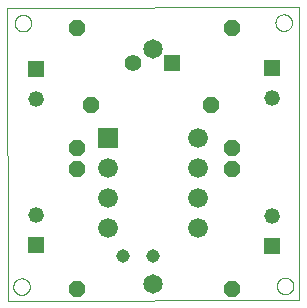
<source format=gbl>
G75*
%MOIN*%
%OFA0B0*%
%FSLAX25Y25*%
%IPPOS*%
%LPD*%
%AMOC8*
5,1,8,0,0,1.08239X$1,22.5*
%
%ADD10C,0.00000*%
%ADD11C,0.04500*%
%ADD12R,0.05200X0.05200*%
%ADD13C,0.05200*%
%ADD14OC8,0.05200*%
%ADD15R,0.06600X0.06600*%
%ADD16C,0.06600*%
%ADD17C,0.06500*%
%ADD18R,0.05500X0.05500*%
%ADD19C,0.05500*%
D10*
X0087560Y0073920D02*
X0087460Y0171521D01*
X0184721Y0171701D01*
X0184821Y0074100D01*
X0087560Y0073920D01*
X0089444Y0078580D02*
X0089446Y0078685D01*
X0089452Y0078790D01*
X0089462Y0078894D01*
X0089476Y0078998D01*
X0089494Y0079102D01*
X0089516Y0079204D01*
X0089541Y0079306D01*
X0089571Y0079407D01*
X0089604Y0079506D01*
X0089641Y0079604D01*
X0089682Y0079701D01*
X0089727Y0079796D01*
X0089775Y0079889D01*
X0089826Y0079981D01*
X0089882Y0080070D01*
X0089940Y0080157D01*
X0090002Y0080242D01*
X0090066Y0080325D01*
X0090134Y0080405D01*
X0090205Y0080482D01*
X0090279Y0080556D01*
X0090356Y0080628D01*
X0090435Y0080697D01*
X0090517Y0080762D01*
X0090601Y0080825D01*
X0090688Y0080884D01*
X0090777Y0080940D01*
X0090868Y0080993D01*
X0090961Y0081042D01*
X0091055Y0081087D01*
X0091151Y0081129D01*
X0091249Y0081167D01*
X0091348Y0081201D01*
X0091449Y0081232D01*
X0091550Y0081258D01*
X0091653Y0081281D01*
X0091756Y0081300D01*
X0091860Y0081315D01*
X0091964Y0081326D01*
X0092069Y0081333D01*
X0092174Y0081336D01*
X0092279Y0081335D01*
X0092384Y0081330D01*
X0092488Y0081321D01*
X0092592Y0081308D01*
X0092696Y0081291D01*
X0092799Y0081270D01*
X0092901Y0081245D01*
X0093002Y0081217D01*
X0093101Y0081184D01*
X0093200Y0081148D01*
X0093297Y0081108D01*
X0093392Y0081065D01*
X0093486Y0081017D01*
X0093578Y0080967D01*
X0093668Y0080913D01*
X0093756Y0080855D01*
X0093841Y0080794D01*
X0093924Y0080730D01*
X0094005Y0080663D01*
X0094083Y0080593D01*
X0094158Y0080519D01*
X0094230Y0080444D01*
X0094300Y0080365D01*
X0094366Y0080284D01*
X0094430Y0080200D01*
X0094490Y0080114D01*
X0094546Y0080026D01*
X0094600Y0079935D01*
X0094650Y0079843D01*
X0094696Y0079749D01*
X0094739Y0079653D01*
X0094778Y0079555D01*
X0094813Y0079457D01*
X0094844Y0079356D01*
X0094872Y0079255D01*
X0094896Y0079153D01*
X0094916Y0079050D01*
X0094932Y0078946D01*
X0094944Y0078842D01*
X0094952Y0078737D01*
X0094956Y0078632D01*
X0094956Y0078528D01*
X0094952Y0078423D01*
X0094944Y0078318D01*
X0094932Y0078214D01*
X0094916Y0078110D01*
X0094896Y0078007D01*
X0094872Y0077905D01*
X0094844Y0077804D01*
X0094813Y0077703D01*
X0094778Y0077605D01*
X0094739Y0077507D01*
X0094696Y0077411D01*
X0094650Y0077317D01*
X0094600Y0077225D01*
X0094546Y0077134D01*
X0094490Y0077046D01*
X0094430Y0076960D01*
X0094366Y0076876D01*
X0094300Y0076795D01*
X0094230Y0076716D01*
X0094158Y0076641D01*
X0094083Y0076567D01*
X0094005Y0076497D01*
X0093924Y0076430D01*
X0093841Y0076366D01*
X0093756Y0076305D01*
X0093668Y0076247D01*
X0093578Y0076193D01*
X0093486Y0076143D01*
X0093392Y0076095D01*
X0093297Y0076052D01*
X0093200Y0076012D01*
X0093101Y0075976D01*
X0093002Y0075943D01*
X0092901Y0075915D01*
X0092799Y0075890D01*
X0092696Y0075869D01*
X0092592Y0075852D01*
X0092488Y0075839D01*
X0092384Y0075830D01*
X0092279Y0075825D01*
X0092174Y0075824D01*
X0092069Y0075827D01*
X0091964Y0075834D01*
X0091860Y0075845D01*
X0091756Y0075860D01*
X0091653Y0075879D01*
X0091550Y0075902D01*
X0091449Y0075928D01*
X0091348Y0075959D01*
X0091249Y0075993D01*
X0091151Y0076031D01*
X0091055Y0076073D01*
X0090961Y0076118D01*
X0090868Y0076167D01*
X0090777Y0076220D01*
X0090688Y0076276D01*
X0090601Y0076335D01*
X0090517Y0076398D01*
X0090435Y0076463D01*
X0090356Y0076532D01*
X0090279Y0076604D01*
X0090205Y0076678D01*
X0090134Y0076755D01*
X0090066Y0076835D01*
X0090002Y0076918D01*
X0089940Y0077003D01*
X0089882Y0077090D01*
X0089826Y0077179D01*
X0089775Y0077271D01*
X0089727Y0077364D01*
X0089682Y0077459D01*
X0089641Y0077556D01*
X0089604Y0077654D01*
X0089571Y0077753D01*
X0089541Y0077854D01*
X0089516Y0077956D01*
X0089494Y0078058D01*
X0089476Y0078162D01*
X0089462Y0078266D01*
X0089452Y0078370D01*
X0089446Y0078475D01*
X0089444Y0078580D01*
X0095325Y0092340D02*
X0095327Y0092419D01*
X0095333Y0092498D01*
X0095343Y0092577D01*
X0095357Y0092655D01*
X0095374Y0092732D01*
X0095396Y0092808D01*
X0095421Y0092883D01*
X0095451Y0092956D01*
X0095483Y0093028D01*
X0095520Y0093099D01*
X0095560Y0093167D01*
X0095603Y0093233D01*
X0095649Y0093297D01*
X0095699Y0093359D01*
X0095752Y0093418D01*
X0095807Y0093474D01*
X0095866Y0093528D01*
X0095927Y0093578D01*
X0095990Y0093626D01*
X0096056Y0093670D01*
X0096124Y0093711D01*
X0096194Y0093748D01*
X0096265Y0093782D01*
X0096339Y0093812D01*
X0096413Y0093838D01*
X0096489Y0093860D01*
X0096566Y0093879D01*
X0096644Y0093894D01*
X0096722Y0093905D01*
X0096801Y0093912D01*
X0096880Y0093915D01*
X0096959Y0093914D01*
X0097038Y0093909D01*
X0097117Y0093900D01*
X0097195Y0093887D01*
X0097272Y0093870D01*
X0097349Y0093850D01*
X0097424Y0093825D01*
X0097498Y0093797D01*
X0097571Y0093765D01*
X0097641Y0093730D01*
X0097710Y0093691D01*
X0097777Y0093648D01*
X0097842Y0093602D01*
X0097904Y0093554D01*
X0097964Y0093502D01*
X0098021Y0093447D01*
X0098075Y0093389D01*
X0098126Y0093329D01*
X0098174Y0093266D01*
X0098219Y0093201D01*
X0098261Y0093133D01*
X0098299Y0093064D01*
X0098333Y0092993D01*
X0098364Y0092920D01*
X0098392Y0092845D01*
X0098415Y0092770D01*
X0098435Y0092693D01*
X0098451Y0092616D01*
X0098463Y0092537D01*
X0098471Y0092459D01*
X0098475Y0092380D01*
X0098475Y0092300D01*
X0098471Y0092221D01*
X0098463Y0092143D01*
X0098451Y0092064D01*
X0098435Y0091987D01*
X0098415Y0091910D01*
X0098392Y0091835D01*
X0098364Y0091760D01*
X0098333Y0091687D01*
X0098299Y0091616D01*
X0098261Y0091547D01*
X0098219Y0091479D01*
X0098174Y0091414D01*
X0098126Y0091351D01*
X0098075Y0091291D01*
X0098021Y0091233D01*
X0097964Y0091178D01*
X0097904Y0091126D01*
X0097842Y0091078D01*
X0097777Y0091032D01*
X0097710Y0090989D01*
X0097641Y0090950D01*
X0097571Y0090915D01*
X0097498Y0090883D01*
X0097424Y0090855D01*
X0097349Y0090830D01*
X0097272Y0090810D01*
X0097195Y0090793D01*
X0097117Y0090780D01*
X0097038Y0090771D01*
X0096959Y0090766D01*
X0096880Y0090765D01*
X0096801Y0090768D01*
X0096722Y0090775D01*
X0096644Y0090786D01*
X0096566Y0090801D01*
X0096489Y0090820D01*
X0096413Y0090842D01*
X0096339Y0090868D01*
X0096265Y0090898D01*
X0096194Y0090932D01*
X0096124Y0090969D01*
X0096056Y0091010D01*
X0095990Y0091054D01*
X0095927Y0091102D01*
X0095866Y0091152D01*
X0095807Y0091206D01*
X0095752Y0091262D01*
X0095699Y0091321D01*
X0095649Y0091383D01*
X0095603Y0091447D01*
X0095560Y0091513D01*
X0095520Y0091581D01*
X0095483Y0091652D01*
X0095451Y0091724D01*
X0095421Y0091797D01*
X0095396Y0091872D01*
X0095374Y0091948D01*
X0095357Y0092025D01*
X0095343Y0092103D01*
X0095333Y0092182D01*
X0095327Y0092261D01*
X0095325Y0092340D01*
X0095325Y0102480D02*
X0095327Y0102559D01*
X0095333Y0102638D01*
X0095343Y0102717D01*
X0095357Y0102795D01*
X0095374Y0102872D01*
X0095396Y0102948D01*
X0095421Y0103023D01*
X0095451Y0103096D01*
X0095483Y0103168D01*
X0095520Y0103239D01*
X0095560Y0103307D01*
X0095603Y0103373D01*
X0095649Y0103437D01*
X0095699Y0103499D01*
X0095752Y0103558D01*
X0095807Y0103614D01*
X0095866Y0103668D01*
X0095927Y0103718D01*
X0095990Y0103766D01*
X0096056Y0103810D01*
X0096124Y0103851D01*
X0096194Y0103888D01*
X0096265Y0103922D01*
X0096339Y0103952D01*
X0096413Y0103978D01*
X0096489Y0104000D01*
X0096566Y0104019D01*
X0096644Y0104034D01*
X0096722Y0104045D01*
X0096801Y0104052D01*
X0096880Y0104055D01*
X0096959Y0104054D01*
X0097038Y0104049D01*
X0097117Y0104040D01*
X0097195Y0104027D01*
X0097272Y0104010D01*
X0097349Y0103990D01*
X0097424Y0103965D01*
X0097498Y0103937D01*
X0097571Y0103905D01*
X0097641Y0103870D01*
X0097710Y0103831D01*
X0097777Y0103788D01*
X0097842Y0103742D01*
X0097904Y0103694D01*
X0097964Y0103642D01*
X0098021Y0103587D01*
X0098075Y0103529D01*
X0098126Y0103469D01*
X0098174Y0103406D01*
X0098219Y0103341D01*
X0098261Y0103273D01*
X0098299Y0103204D01*
X0098333Y0103133D01*
X0098364Y0103060D01*
X0098392Y0102985D01*
X0098415Y0102910D01*
X0098435Y0102833D01*
X0098451Y0102756D01*
X0098463Y0102677D01*
X0098471Y0102599D01*
X0098475Y0102520D01*
X0098475Y0102440D01*
X0098471Y0102361D01*
X0098463Y0102283D01*
X0098451Y0102204D01*
X0098435Y0102127D01*
X0098415Y0102050D01*
X0098392Y0101975D01*
X0098364Y0101900D01*
X0098333Y0101827D01*
X0098299Y0101756D01*
X0098261Y0101687D01*
X0098219Y0101619D01*
X0098174Y0101554D01*
X0098126Y0101491D01*
X0098075Y0101431D01*
X0098021Y0101373D01*
X0097964Y0101318D01*
X0097904Y0101266D01*
X0097842Y0101218D01*
X0097777Y0101172D01*
X0097710Y0101129D01*
X0097641Y0101090D01*
X0097571Y0101055D01*
X0097498Y0101023D01*
X0097424Y0100995D01*
X0097349Y0100970D01*
X0097272Y0100950D01*
X0097195Y0100933D01*
X0097117Y0100920D01*
X0097038Y0100911D01*
X0096959Y0100906D01*
X0096880Y0100905D01*
X0096801Y0100908D01*
X0096722Y0100915D01*
X0096644Y0100926D01*
X0096566Y0100941D01*
X0096489Y0100960D01*
X0096413Y0100982D01*
X0096339Y0101008D01*
X0096265Y0101038D01*
X0096194Y0101072D01*
X0096124Y0101109D01*
X0096056Y0101150D01*
X0095990Y0101194D01*
X0095927Y0101242D01*
X0095866Y0101292D01*
X0095807Y0101346D01*
X0095752Y0101402D01*
X0095699Y0101461D01*
X0095649Y0101523D01*
X0095603Y0101587D01*
X0095560Y0101653D01*
X0095520Y0101721D01*
X0095483Y0101792D01*
X0095451Y0101864D01*
X0095421Y0101937D01*
X0095396Y0102012D01*
X0095374Y0102088D01*
X0095357Y0102165D01*
X0095343Y0102243D01*
X0095333Y0102322D01*
X0095327Y0102401D01*
X0095325Y0102480D01*
X0109005Y0117720D02*
X0109007Y0117799D01*
X0109013Y0117878D01*
X0109023Y0117957D01*
X0109037Y0118035D01*
X0109054Y0118112D01*
X0109076Y0118188D01*
X0109101Y0118263D01*
X0109131Y0118336D01*
X0109163Y0118408D01*
X0109200Y0118479D01*
X0109240Y0118547D01*
X0109283Y0118613D01*
X0109329Y0118677D01*
X0109379Y0118739D01*
X0109432Y0118798D01*
X0109487Y0118854D01*
X0109546Y0118908D01*
X0109607Y0118958D01*
X0109670Y0119006D01*
X0109736Y0119050D01*
X0109804Y0119091D01*
X0109874Y0119128D01*
X0109945Y0119162D01*
X0110019Y0119192D01*
X0110093Y0119218D01*
X0110169Y0119240D01*
X0110246Y0119259D01*
X0110324Y0119274D01*
X0110402Y0119285D01*
X0110481Y0119292D01*
X0110560Y0119295D01*
X0110639Y0119294D01*
X0110718Y0119289D01*
X0110797Y0119280D01*
X0110875Y0119267D01*
X0110952Y0119250D01*
X0111029Y0119230D01*
X0111104Y0119205D01*
X0111178Y0119177D01*
X0111251Y0119145D01*
X0111321Y0119110D01*
X0111390Y0119071D01*
X0111457Y0119028D01*
X0111522Y0118982D01*
X0111584Y0118934D01*
X0111644Y0118882D01*
X0111701Y0118827D01*
X0111755Y0118769D01*
X0111806Y0118709D01*
X0111854Y0118646D01*
X0111899Y0118581D01*
X0111941Y0118513D01*
X0111979Y0118444D01*
X0112013Y0118373D01*
X0112044Y0118300D01*
X0112072Y0118225D01*
X0112095Y0118150D01*
X0112115Y0118073D01*
X0112131Y0117996D01*
X0112143Y0117917D01*
X0112151Y0117839D01*
X0112155Y0117760D01*
X0112155Y0117680D01*
X0112151Y0117601D01*
X0112143Y0117523D01*
X0112131Y0117444D01*
X0112115Y0117367D01*
X0112095Y0117290D01*
X0112072Y0117215D01*
X0112044Y0117140D01*
X0112013Y0117067D01*
X0111979Y0116996D01*
X0111941Y0116927D01*
X0111899Y0116859D01*
X0111854Y0116794D01*
X0111806Y0116731D01*
X0111755Y0116671D01*
X0111701Y0116613D01*
X0111644Y0116558D01*
X0111584Y0116506D01*
X0111522Y0116458D01*
X0111457Y0116412D01*
X0111390Y0116369D01*
X0111321Y0116330D01*
X0111251Y0116295D01*
X0111178Y0116263D01*
X0111104Y0116235D01*
X0111029Y0116210D01*
X0110952Y0116190D01*
X0110875Y0116173D01*
X0110797Y0116160D01*
X0110718Y0116151D01*
X0110639Y0116146D01*
X0110560Y0116145D01*
X0110481Y0116148D01*
X0110402Y0116155D01*
X0110324Y0116166D01*
X0110246Y0116181D01*
X0110169Y0116200D01*
X0110093Y0116222D01*
X0110019Y0116248D01*
X0109945Y0116278D01*
X0109874Y0116312D01*
X0109804Y0116349D01*
X0109736Y0116390D01*
X0109670Y0116434D01*
X0109607Y0116482D01*
X0109546Y0116532D01*
X0109487Y0116586D01*
X0109432Y0116642D01*
X0109379Y0116701D01*
X0109329Y0116763D01*
X0109283Y0116827D01*
X0109240Y0116893D01*
X0109200Y0116961D01*
X0109163Y0117032D01*
X0109131Y0117104D01*
X0109101Y0117177D01*
X0109076Y0117252D01*
X0109054Y0117328D01*
X0109037Y0117405D01*
X0109023Y0117483D01*
X0109013Y0117562D01*
X0109007Y0117641D01*
X0109005Y0117720D01*
X0109125Y0124860D02*
X0109127Y0124939D01*
X0109133Y0125018D01*
X0109143Y0125097D01*
X0109157Y0125175D01*
X0109174Y0125252D01*
X0109196Y0125328D01*
X0109221Y0125403D01*
X0109251Y0125476D01*
X0109283Y0125548D01*
X0109320Y0125619D01*
X0109360Y0125687D01*
X0109403Y0125753D01*
X0109449Y0125817D01*
X0109499Y0125879D01*
X0109552Y0125938D01*
X0109607Y0125994D01*
X0109666Y0126048D01*
X0109727Y0126098D01*
X0109790Y0126146D01*
X0109856Y0126190D01*
X0109924Y0126231D01*
X0109994Y0126268D01*
X0110065Y0126302D01*
X0110139Y0126332D01*
X0110213Y0126358D01*
X0110289Y0126380D01*
X0110366Y0126399D01*
X0110444Y0126414D01*
X0110522Y0126425D01*
X0110601Y0126432D01*
X0110680Y0126435D01*
X0110759Y0126434D01*
X0110838Y0126429D01*
X0110917Y0126420D01*
X0110995Y0126407D01*
X0111072Y0126390D01*
X0111149Y0126370D01*
X0111224Y0126345D01*
X0111298Y0126317D01*
X0111371Y0126285D01*
X0111441Y0126250D01*
X0111510Y0126211D01*
X0111577Y0126168D01*
X0111642Y0126122D01*
X0111704Y0126074D01*
X0111764Y0126022D01*
X0111821Y0125967D01*
X0111875Y0125909D01*
X0111926Y0125849D01*
X0111974Y0125786D01*
X0112019Y0125721D01*
X0112061Y0125653D01*
X0112099Y0125584D01*
X0112133Y0125513D01*
X0112164Y0125440D01*
X0112192Y0125365D01*
X0112215Y0125290D01*
X0112235Y0125213D01*
X0112251Y0125136D01*
X0112263Y0125057D01*
X0112271Y0124979D01*
X0112275Y0124900D01*
X0112275Y0124820D01*
X0112271Y0124741D01*
X0112263Y0124663D01*
X0112251Y0124584D01*
X0112235Y0124507D01*
X0112215Y0124430D01*
X0112192Y0124355D01*
X0112164Y0124280D01*
X0112133Y0124207D01*
X0112099Y0124136D01*
X0112061Y0124067D01*
X0112019Y0123999D01*
X0111974Y0123934D01*
X0111926Y0123871D01*
X0111875Y0123811D01*
X0111821Y0123753D01*
X0111764Y0123698D01*
X0111704Y0123646D01*
X0111642Y0123598D01*
X0111577Y0123552D01*
X0111510Y0123509D01*
X0111441Y0123470D01*
X0111371Y0123435D01*
X0111298Y0123403D01*
X0111224Y0123375D01*
X0111149Y0123350D01*
X0111072Y0123330D01*
X0110995Y0123313D01*
X0110917Y0123300D01*
X0110838Y0123291D01*
X0110759Y0123286D01*
X0110680Y0123285D01*
X0110601Y0123288D01*
X0110522Y0123295D01*
X0110444Y0123306D01*
X0110366Y0123321D01*
X0110289Y0123340D01*
X0110213Y0123362D01*
X0110139Y0123388D01*
X0110065Y0123418D01*
X0109994Y0123452D01*
X0109924Y0123489D01*
X0109856Y0123530D01*
X0109790Y0123574D01*
X0109727Y0123622D01*
X0109666Y0123672D01*
X0109607Y0123726D01*
X0109552Y0123782D01*
X0109499Y0123841D01*
X0109449Y0123903D01*
X0109403Y0123967D01*
X0109360Y0124033D01*
X0109320Y0124101D01*
X0109283Y0124172D01*
X0109251Y0124244D01*
X0109221Y0124317D01*
X0109196Y0124392D01*
X0109174Y0124468D01*
X0109157Y0124545D01*
X0109143Y0124623D01*
X0109133Y0124702D01*
X0109127Y0124781D01*
X0109125Y0124860D01*
X0118735Y0128340D02*
X0118737Y0128433D01*
X0118743Y0128525D01*
X0118753Y0128617D01*
X0118767Y0128708D01*
X0118784Y0128799D01*
X0118806Y0128889D01*
X0118831Y0128978D01*
X0118860Y0129066D01*
X0118893Y0129152D01*
X0118930Y0129237D01*
X0118970Y0129321D01*
X0119014Y0129402D01*
X0119061Y0129482D01*
X0119111Y0129560D01*
X0119165Y0129635D01*
X0119222Y0129708D01*
X0119282Y0129778D01*
X0119345Y0129846D01*
X0119411Y0129911D01*
X0119479Y0129973D01*
X0119550Y0130033D01*
X0119624Y0130089D01*
X0119700Y0130142D01*
X0119778Y0130191D01*
X0119858Y0130238D01*
X0119940Y0130280D01*
X0120024Y0130320D01*
X0120109Y0130355D01*
X0120196Y0130387D01*
X0120284Y0130416D01*
X0120373Y0130440D01*
X0120463Y0130461D01*
X0120554Y0130477D01*
X0120646Y0130490D01*
X0120738Y0130499D01*
X0120831Y0130504D01*
X0120923Y0130505D01*
X0121016Y0130502D01*
X0121108Y0130495D01*
X0121200Y0130484D01*
X0121291Y0130469D01*
X0121382Y0130451D01*
X0121472Y0130428D01*
X0121560Y0130402D01*
X0121648Y0130372D01*
X0121734Y0130338D01*
X0121818Y0130301D01*
X0121901Y0130259D01*
X0121982Y0130215D01*
X0122062Y0130167D01*
X0122139Y0130116D01*
X0122213Y0130061D01*
X0122286Y0130003D01*
X0122356Y0129943D01*
X0122423Y0129879D01*
X0122487Y0129813D01*
X0122549Y0129743D01*
X0122607Y0129672D01*
X0122662Y0129598D01*
X0122714Y0129521D01*
X0122763Y0129442D01*
X0122809Y0129362D01*
X0122851Y0129279D01*
X0122889Y0129195D01*
X0122924Y0129109D01*
X0122955Y0129022D01*
X0122982Y0128934D01*
X0123005Y0128844D01*
X0123025Y0128754D01*
X0123041Y0128663D01*
X0123053Y0128571D01*
X0123061Y0128479D01*
X0123065Y0128386D01*
X0123065Y0128294D01*
X0123061Y0128201D01*
X0123053Y0128109D01*
X0123041Y0128017D01*
X0123025Y0127926D01*
X0123005Y0127836D01*
X0122982Y0127746D01*
X0122955Y0127658D01*
X0122924Y0127571D01*
X0122889Y0127485D01*
X0122851Y0127401D01*
X0122809Y0127318D01*
X0122763Y0127238D01*
X0122714Y0127159D01*
X0122662Y0127082D01*
X0122607Y0127008D01*
X0122549Y0126937D01*
X0122487Y0126867D01*
X0122423Y0126801D01*
X0122356Y0126737D01*
X0122286Y0126677D01*
X0122213Y0126619D01*
X0122139Y0126564D01*
X0122062Y0126513D01*
X0121983Y0126465D01*
X0121901Y0126421D01*
X0121818Y0126379D01*
X0121734Y0126342D01*
X0121648Y0126308D01*
X0121560Y0126278D01*
X0121472Y0126252D01*
X0121382Y0126229D01*
X0121291Y0126211D01*
X0121200Y0126196D01*
X0121108Y0126185D01*
X0121016Y0126178D01*
X0120923Y0126175D01*
X0120831Y0126176D01*
X0120738Y0126181D01*
X0120646Y0126190D01*
X0120554Y0126203D01*
X0120463Y0126219D01*
X0120373Y0126240D01*
X0120284Y0126264D01*
X0120196Y0126293D01*
X0120109Y0126325D01*
X0120024Y0126360D01*
X0119940Y0126400D01*
X0119858Y0126442D01*
X0119778Y0126489D01*
X0119700Y0126538D01*
X0119624Y0126591D01*
X0119550Y0126647D01*
X0119479Y0126707D01*
X0119411Y0126769D01*
X0119345Y0126834D01*
X0119282Y0126902D01*
X0119222Y0126972D01*
X0119165Y0127045D01*
X0119111Y0127120D01*
X0119061Y0127198D01*
X0119014Y0127278D01*
X0118970Y0127359D01*
X0118930Y0127443D01*
X0118893Y0127528D01*
X0118860Y0127614D01*
X0118831Y0127702D01*
X0118806Y0127791D01*
X0118784Y0127881D01*
X0118767Y0127972D01*
X0118753Y0128063D01*
X0118743Y0128155D01*
X0118737Y0128247D01*
X0118735Y0128340D01*
X0118795Y0118320D02*
X0118797Y0118413D01*
X0118803Y0118505D01*
X0118813Y0118597D01*
X0118827Y0118688D01*
X0118844Y0118779D01*
X0118866Y0118869D01*
X0118891Y0118958D01*
X0118920Y0119046D01*
X0118953Y0119132D01*
X0118990Y0119217D01*
X0119030Y0119301D01*
X0119074Y0119382D01*
X0119121Y0119462D01*
X0119171Y0119540D01*
X0119225Y0119615D01*
X0119282Y0119688D01*
X0119342Y0119758D01*
X0119405Y0119826D01*
X0119471Y0119891D01*
X0119539Y0119953D01*
X0119610Y0120013D01*
X0119684Y0120069D01*
X0119760Y0120122D01*
X0119838Y0120171D01*
X0119918Y0120218D01*
X0120000Y0120260D01*
X0120084Y0120300D01*
X0120169Y0120335D01*
X0120256Y0120367D01*
X0120344Y0120396D01*
X0120433Y0120420D01*
X0120523Y0120441D01*
X0120614Y0120457D01*
X0120706Y0120470D01*
X0120798Y0120479D01*
X0120891Y0120484D01*
X0120983Y0120485D01*
X0121076Y0120482D01*
X0121168Y0120475D01*
X0121260Y0120464D01*
X0121351Y0120449D01*
X0121442Y0120431D01*
X0121532Y0120408D01*
X0121620Y0120382D01*
X0121708Y0120352D01*
X0121794Y0120318D01*
X0121878Y0120281D01*
X0121961Y0120239D01*
X0122042Y0120195D01*
X0122122Y0120147D01*
X0122199Y0120096D01*
X0122273Y0120041D01*
X0122346Y0119983D01*
X0122416Y0119923D01*
X0122483Y0119859D01*
X0122547Y0119793D01*
X0122609Y0119723D01*
X0122667Y0119652D01*
X0122722Y0119578D01*
X0122774Y0119501D01*
X0122823Y0119422D01*
X0122869Y0119342D01*
X0122911Y0119259D01*
X0122949Y0119175D01*
X0122984Y0119089D01*
X0123015Y0119002D01*
X0123042Y0118914D01*
X0123065Y0118824D01*
X0123085Y0118734D01*
X0123101Y0118643D01*
X0123113Y0118551D01*
X0123121Y0118459D01*
X0123125Y0118366D01*
X0123125Y0118274D01*
X0123121Y0118181D01*
X0123113Y0118089D01*
X0123101Y0117997D01*
X0123085Y0117906D01*
X0123065Y0117816D01*
X0123042Y0117726D01*
X0123015Y0117638D01*
X0122984Y0117551D01*
X0122949Y0117465D01*
X0122911Y0117381D01*
X0122869Y0117298D01*
X0122823Y0117218D01*
X0122774Y0117139D01*
X0122722Y0117062D01*
X0122667Y0116988D01*
X0122609Y0116917D01*
X0122547Y0116847D01*
X0122483Y0116781D01*
X0122416Y0116717D01*
X0122346Y0116657D01*
X0122273Y0116599D01*
X0122199Y0116544D01*
X0122122Y0116493D01*
X0122043Y0116445D01*
X0121961Y0116401D01*
X0121878Y0116359D01*
X0121794Y0116322D01*
X0121708Y0116288D01*
X0121620Y0116258D01*
X0121532Y0116232D01*
X0121442Y0116209D01*
X0121351Y0116191D01*
X0121260Y0116176D01*
X0121168Y0116165D01*
X0121076Y0116158D01*
X0120983Y0116155D01*
X0120891Y0116156D01*
X0120798Y0116161D01*
X0120706Y0116170D01*
X0120614Y0116183D01*
X0120523Y0116199D01*
X0120433Y0116220D01*
X0120344Y0116244D01*
X0120256Y0116273D01*
X0120169Y0116305D01*
X0120084Y0116340D01*
X0120000Y0116380D01*
X0119918Y0116422D01*
X0119838Y0116469D01*
X0119760Y0116518D01*
X0119684Y0116571D01*
X0119610Y0116627D01*
X0119539Y0116687D01*
X0119471Y0116749D01*
X0119405Y0116814D01*
X0119342Y0116882D01*
X0119282Y0116952D01*
X0119225Y0117025D01*
X0119171Y0117100D01*
X0119121Y0117178D01*
X0119074Y0117258D01*
X0119030Y0117339D01*
X0118990Y0117423D01*
X0118953Y0117508D01*
X0118920Y0117594D01*
X0118891Y0117682D01*
X0118866Y0117771D01*
X0118844Y0117861D01*
X0118827Y0117952D01*
X0118813Y0118043D01*
X0118803Y0118135D01*
X0118797Y0118227D01*
X0118795Y0118320D01*
X0118795Y0108300D02*
X0118797Y0108393D01*
X0118803Y0108485D01*
X0118813Y0108577D01*
X0118827Y0108668D01*
X0118844Y0108759D01*
X0118866Y0108849D01*
X0118891Y0108938D01*
X0118920Y0109026D01*
X0118953Y0109112D01*
X0118990Y0109197D01*
X0119030Y0109281D01*
X0119074Y0109362D01*
X0119121Y0109442D01*
X0119171Y0109520D01*
X0119225Y0109595D01*
X0119282Y0109668D01*
X0119342Y0109738D01*
X0119405Y0109806D01*
X0119471Y0109871D01*
X0119539Y0109933D01*
X0119610Y0109993D01*
X0119684Y0110049D01*
X0119760Y0110102D01*
X0119838Y0110151D01*
X0119918Y0110198D01*
X0120000Y0110240D01*
X0120084Y0110280D01*
X0120169Y0110315D01*
X0120256Y0110347D01*
X0120344Y0110376D01*
X0120433Y0110400D01*
X0120523Y0110421D01*
X0120614Y0110437D01*
X0120706Y0110450D01*
X0120798Y0110459D01*
X0120891Y0110464D01*
X0120983Y0110465D01*
X0121076Y0110462D01*
X0121168Y0110455D01*
X0121260Y0110444D01*
X0121351Y0110429D01*
X0121442Y0110411D01*
X0121532Y0110388D01*
X0121620Y0110362D01*
X0121708Y0110332D01*
X0121794Y0110298D01*
X0121878Y0110261D01*
X0121961Y0110219D01*
X0122042Y0110175D01*
X0122122Y0110127D01*
X0122199Y0110076D01*
X0122273Y0110021D01*
X0122346Y0109963D01*
X0122416Y0109903D01*
X0122483Y0109839D01*
X0122547Y0109773D01*
X0122609Y0109703D01*
X0122667Y0109632D01*
X0122722Y0109558D01*
X0122774Y0109481D01*
X0122823Y0109402D01*
X0122869Y0109322D01*
X0122911Y0109239D01*
X0122949Y0109155D01*
X0122984Y0109069D01*
X0123015Y0108982D01*
X0123042Y0108894D01*
X0123065Y0108804D01*
X0123085Y0108714D01*
X0123101Y0108623D01*
X0123113Y0108531D01*
X0123121Y0108439D01*
X0123125Y0108346D01*
X0123125Y0108254D01*
X0123121Y0108161D01*
X0123113Y0108069D01*
X0123101Y0107977D01*
X0123085Y0107886D01*
X0123065Y0107796D01*
X0123042Y0107706D01*
X0123015Y0107618D01*
X0122984Y0107531D01*
X0122949Y0107445D01*
X0122911Y0107361D01*
X0122869Y0107278D01*
X0122823Y0107198D01*
X0122774Y0107119D01*
X0122722Y0107042D01*
X0122667Y0106968D01*
X0122609Y0106897D01*
X0122547Y0106827D01*
X0122483Y0106761D01*
X0122416Y0106697D01*
X0122346Y0106637D01*
X0122273Y0106579D01*
X0122199Y0106524D01*
X0122122Y0106473D01*
X0122043Y0106425D01*
X0121961Y0106381D01*
X0121878Y0106339D01*
X0121794Y0106302D01*
X0121708Y0106268D01*
X0121620Y0106238D01*
X0121532Y0106212D01*
X0121442Y0106189D01*
X0121351Y0106171D01*
X0121260Y0106156D01*
X0121168Y0106145D01*
X0121076Y0106138D01*
X0120983Y0106135D01*
X0120891Y0106136D01*
X0120798Y0106141D01*
X0120706Y0106150D01*
X0120614Y0106163D01*
X0120523Y0106179D01*
X0120433Y0106200D01*
X0120344Y0106224D01*
X0120256Y0106253D01*
X0120169Y0106285D01*
X0120084Y0106320D01*
X0120000Y0106360D01*
X0119918Y0106402D01*
X0119838Y0106449D01*
X0119760Y0106498D01*
X0119684Y0106551D01*
X0119610Y0106607D01*
X0119539Y0106667D01*
X0119471Y0106729D01*
X0119405Y0106794D01*
X0119342Y0106862D01*
X0119282Y0106932D01*
X0119225Y0107005D01*
X0119171Y0107080D01*
X0119121Y0107158D01*
X0119074Y0107238D01*
X0119030Y0107319D01*
X0118990Y0107403D01*
X0118953Y0107488D01*
X0118920Y0107574D01*
X0118891Y0107662D01*
X0118866Y0107751D01*
X0118844Y0107841D01*
X0118827Y0107932D01*
X0118813Y0108023D01*
X0118803Y0108115D01*
X0118797Y0108207D01*
X0118795Y0108300D01*
X0118735Y0098340D02*
X0118737Y0098433D01*
X0118743Y0098525D01*
X0118753Y0098617D01*
X0118767Y0098708D01*
X0118784Y0098799D01*
X0118806Y0098889D01*
X0118831Y0098978D01*
X0118860Y0099066D01*
X0118893Y0099152D01*
X0118930Y0099237D01*
X0118970Y0099321D01*
X0119014Y0099402D01*
X0119061Y0099482D01*
X0119111Y0099560D01*
X0119165Y0099635D01*
X0119222Y0099708D01*
X0119282Y0099778D01*
X0119345Y0099846D01*
X0119411Y0099911D01*
X0119479Y0099973D01*
X0119550Y0100033D01*
X0119624Y0100089D01*
X0119700Y0100142D01*
X0119778Y0100191D01*
X0119858Y0100238D01*
X0119940Y0100280D01*
X0120024Y0100320D01*
X0120109Y0100355D01*
X0120196Y0100387D01*
X0120284Y0100416D01*
X0120373Y0100440D01*
X0120463Y0100461D01*
X0120554Y0100477D01*
X0120646Y0100490D01*
X0120738Y0100499D01*
X0120831Y0100504D01*
X0120923Y0100505D01*
X0121016Y0100502D01*
X0121108Y0100495D01*
X0121200Y0100484D01*
X0121291Y0100469D01*
X0121382Y0100451D01*
X0121472Y0100428D01*
X0121560Y0100402D01*
X0121648Y0100372D01*
X0121734Y0100338D01*
X0121818Y0100301D01*
X0121901Y0100259D01*
X0121982Y0100215D01*
X0122062Y0100167D01*
X0122139Y0100116D01*
X0122213Y0100061D01*
X0122286Y0100003D01*
X0122356Y0099943D01*
X0122423Y0099879D01*
X0122487Y0099813D01*
X0122549Y0099743D01*
X0122607Y0099672D01*
X0122662Y0099598D01*
X0122714Y0099521D01*
X0122763Y0099442D01*
X0122809Y0099362D01*
X0122851Y0099279D01*
X0122889Y0099195D01*
X0122924Y0099109D01*
X0122955Y0099022D01*
X0122982Y0098934D01*
X0123005Y0098844D01*
X0123025Y0098754D01*
X0123041Y0098663D01*
X0123053Y0098571D01*
X0123061Y0098479D01*
X0123065Y0098386D01*
X0123065Y0098294D01*
X0123061Y0098201D01*
X0123053Y0098109D01*
X0123041Y0098017D01*
X0123025Y0097926D01*
X0123005Y0097836D01*
X0122982Y0097746D01*
X0122955Y0097658D01*
X0122924Y0097571D01*
X0122889Y0097485D01*
X0122851Y0097401D01*
X0122809Y0097318D01*
X0122763Y0097238D01*
X0122714Y0097159D01*
X0122662Y0097082D01*
X0122607Y0097008D01*
X0122549Y0096937D01*
X0122487Y0096867D01*
X0122423Y0096801D01*
X0122356Y0096737D01*
X0122286Y0096677D01*
X0122213Y0096619D01*
X0122139Y0096564D01*
X0122062Y0096513D01*
X0121983Y0096465D01*
X0121901Y0096421D01*
X0121818Y0096379D01*
X0121734Y0096342D01*
X0121648Y0096308D01*
X0121560Y0096278D01*
X0121472Y0096252D01*
X0121382Y0096229D01*
X0121291Y0096211D01*
X0121200Y0096196D01*
X0121108Y0096185D01*
X0121016Y0096178D01*
X0120923Y0096175D01*
X0120831Y0096176D01*
X0120738Y0096181D01*
X0120646Y0096190D01*
X0120554Y0096203D01*
X0120463Y0096219D01*
X0120373Y0096240D01*
X0120284Y0096264D01*
X0120196Y0096293D01*
X0120109Y0096325D01*
X0120024Y0096360D01*
X0119940Y0096400D01*
X0119858Y0096442D01*
X0119778Y0096489D01*
X0119700Y0096538D01*
X0119624Y0096591D01*
X0119550Y0096647D01*
X0119479Y0096707D01*
X0119411Y0096769D01*
X0119345Y0096834D01*
X0119282Y0096902D01*
X0119222Y0096972D01*
X0119165Y0097045D01*
X0119111Y0097120D01*
X0119061Y0097198D01*
X0119014Y0097278D01*
X0118970Y0097359D01*
X0118930Y0097443D01*
X0118893Y0097528D01*
X0118860Y0097614D01*
X0118831Y0097702D01*
X0118806Y0097791D01*
X0118784Y0097881D01*
X0118767Y0097972D01*
X0118753Y0098063D01*
X0118743Y0098155D01*
X0118737Y0098247D01*
X0118735Y0098340D01*
X0124425Y0088680D02*
X0124427Y0088759D01*
X0124433Y0088838D01*
X0124443Y0088917D01*
X0124457Y0088995D01*
X0124474Y0089072D01*
X0124496Y0089148D01*
X0124521Y0089223D01*
X0124551Y0089296D01*
X0124583Y0089368D01*
X0124620Y0089439D01*
X0124660Y0089507D01*
X0124703Y0089573D01*
X0124749Y0089637D01*
X0124799Y0089699D01*
X0124852Y0089758D01*
X0124907Y0089814D01*
X0124966Y0089868D01*
X0125027Y0089918D01*
X0125090Y0089966D01*
X0125156Y0090010D01*
X0125224Y0090051D01*
X0125294Y0090088D01*
X0125365Y0090122D01*
X0125439Y0090152D01*
X0125513Y0090178D01*
X0125589Y0090200D01*
X0125666Y0090219D01*
X0125744Y0090234D01*
X0125822Y0090245D01*
X0125901Y0090252D01*
X0125980Y0090255D01*
X0126059Y0090254D01*
X0126138Y0090249D01*
X0126217Y0090240D01*
X0126295Y0090227D01*
X0126372Y0090210D01*
X0126449Y0090190D01*
X0126524Y0090165D01*
X0126598Y0090137D01*
X0126671Y0090105D01*
X0126741Y0090070D01*
X0126810Y0090031D01*
X0126877Y0089988D01*
X0126942Y0089942D01*
X0127004Y0089894D01*
X0127064Y0089842D01*
X0127121Y0089787D01*
X0127175Y0089729D01*
X0127226Y0089669D01*
X0127274Y0089606D01*
X0127319Y0089541D01*
X0127361Y0089473D01*
X0127399Y0089404D01*
X0127433Y0089333D01*
X0127464Y0089260D01*
X0127492Y0089185D01*
X0127515Y0089110D01*
X0127535Y0089033D01*
X0127551Y0088956D01*
X0127563Y0088877D01*
X0127571Y0088799D01*
X0127575Y0088720D01*
X0127575Y0088640D01*
X0127571Y0088561D01*
X0127563Y0088483D01*
X0127551Y0088404D01*
X0127535Y0088327D01*
X0127515Y0088250D01*
X0127492Y0088175D01*
X0127464Y0088100D01*
X0127433Y0088027D01*
X0127399Y0087956D01*
X0127361Y0087887D01*
X0127319Y0087819D01*
X0127274Y0087754D01*
X0127226Y0087691D01*
X0127175Y0087631D01*
X0127121Y0087573D01*
X0127064Y0087518D01*
X0127004Y0087466D01*
X0126942Y0087418D01*
X0126877Y0087372D01*
X0126810Y0087329D01*
X0126741Y0087290D01*
X0126671Y0087255D01*
X0126598Y0087223D01*
X0126524Y0087195D01*
X0126449Y0087170D01*
X0126372Y0087150D01*
X0126295Y0087133D01*
X0126217Y0087120D01*
X0126138Y0087111D01*
X0126059Y0087106D01*
X0125980Y0087105D01*
X0125901Y0087108D01*
X0125822Y0087115D01*
X0125744Y0087126D01*
X0125666Y0087141D01*
X0125589Y0087160D01*
X0125513Y0087182D01*
X0125439Y0087208D01*
X0125365Y0087238D01*
X0125294Y0087272D01*
X0125224Y0087309D01*
X0125156Y0087350D01*
X0125090Y0087394D01*
X0125027Y0087442D01*
X0124966Y0087492D01*
X0124907Y0087546D01*
X0124852Y0087602D01*
X0124799Y0087661D01*
X0124749Y0087723D01*
X0124703Y0087787D01*
X0124660Y0087853D01*
X0124620Y0087921D01*
X0124583Y0087992D01*
X0124551Y0088064D01*
X0124521Y0088137D01*
X0124496Y0088212D01*
X0124474Y0088288D01*
X0124457Y0088365D01*
X0124443Y0088443D01*
X0124433Y0088522D01*
X0124427Y0088601D01*
X0124425Y0088680D01*
X0134385Y0088680D02*
X0134387Y0088759D01*
X0134393Y0088838D01*
X0134403Y0088917D01*
X0134417Y0088995D01*
X0134434Y0089072D01*
X0134456Y0089148D01*
X0134481Y0089223D01*
X0134511Y0089296D01*
X0134543Y0089368D01*
X0134580Y0089439D01*
X0134620Y0089507D01*
X0134663Y0089573D01*
X0134709Y0089637D01*
X0134759Y0089699D01*
X0134812Y0089758D01*
X0134867Y0089814D01*
X0134926Y0089868D01*
X0134987Y0089918D01*
X0135050Y0089966D01*
X0135116Y0090010D01*
X0135184Y0090051D01*
X0135254Y0090088D01*
X0135325Y0090122D01*
X0135399Y0090152D01*
X0135473Y0090178D01*
X0135549Y0090200D01*
X0135626Y0090219D01*
X0135704Y0090234D01*
X0135782Y0090245D01*
X0135861Y0090252D01*
X0135940Y0090255D01*
X0136019Y0090254D01*
X0136098Y0090249D01*
X0136177Y0090240D01*
X0136255Y0090227D01*
X0136332Y0090210D01*
X0136409Y0090190D01*
X0136484Y0090165D01*
X0136558Y0090137D01*
X0136631Y0090105D01*
X0136701Y0090070D01*
X0136770Y0090031D01*
X0136837Y0089988D01*
X0136902Y0089942D01*
X0136964Y0089894D01*
X0137024Y0089842D01*
X0137081Y0089787D01*
X0137135Y0089729D01*
X0137186Y0089669D01*
X0137234Y0089606D01*
X0137279Y0089541D01*
X0137321Y0089473D01*
X0137359Y0089404D01*
X0137393Y0089333D01*
X0137424Y0089260D01*
X0137452Y0089185D01*
X0137475Y0089110D01*
X0137495Y0089033D01*
X0137511Y0088956D01*
X0137523Y0088877D01*
X0137531Y0088799D01*
X0137535Y0088720D01*
X0137535Y0088640D01*
X0137531Y0088561D01*
X0137523Y0088483D01*
X0137511Y0088404D01*
X0137495Y0088327D01*
X0137475Y0088250D01*
X0137452Y0088175D01*
X0137424Y0088100D01*
X0137393Y0088027D01*
X0137359Y0087956D01*
X0137321Y0087887D01*
X0137279Y0087819D01*
X0137234Y0087754D01*
X0137186Y0087691D01*
X0137135Y0087631D01*
X0137081Y0087573D01*
X0137024Y0087518D01*
X0136964Y0087466D01*
X0136902Y0087418D01*
X0136837Y0087372D01*
X0136770Y0087329D01*
X0136701Y0087290D01*
X0136631Y0087255D01*
X0136558Y0087223D01*
X0136484Y0087195D01*
X0136409Y0087170D01*
X0136332Y0087150D01*
X0136255Y0087133D01*
X0136177Y0087120D01*
X0136098Y0087111D01*
X0136019Y0087106D01*
X0135940Y0087105D01*
X0135861Y0087108D01*
X0135782Y0087115D01*
X0135704Y0087126D01*
X0135626Y0087141D01*
X0135549Y0087160D01*
X0135473Y0087182D01*
X0135399Y0087208D01*
X0135325Y0087238D01*
X0135254Y0087272D01*
X0135184Y0087309D01*
X0135116Y0087350D01*
X0135050Y0087394D01*
X0134987Y0087442D01*
X0134926Y0087492D01*
X0134867Y0087546D01*
X0134812Y0087602D01*
X0134759Y0087661D01*
X0134709Y0087723D01*
X0134663Y0087787D01*
X0134620Y0087853D01*
X0134580Y0087921D01*
X0134543Y0087992D01*
X0134511Y0088064D01*
X0134481Y0088137D01*
X0134456Y0088212D01*
X0134434Y0088288D01*
X0134417Y0088365D01*
X0134403Y0088443D01*
X0134393Y0088522D01*
X0134387Y0088601D01*
X0134385Y0088680D01*
X0134445Y0079380D02*
X0134447Y0079459D01*
X0134453Y0079538D01*
X0134463Y0079617D01*
X0134477Y0079695D01*
X0134494Y0079772D01*
X0134516Y0079848D01*
X0134541Y0079923D01*
X0134571Y0079996D01*
X0134603Y0080068D01*
X0134640Y0080139D01*
X0134680Y0080207D01*
X0134723Y0080273D01*
X0134769Y0080337D01*
X0134819Y0080399D01*
X0134872Y0080458D01*
X0134927Y0080514D01*
X0134986Y0080568D01*
X0135047Y0080618D01*
X0135110Y0080666D01*
X0135176Y0080710D01*
X0135244Y0080751D01*
X0135314Y0080788D01*
X0135385Y0080822D01*
X0135459Y0080852D01*
X0135533Y0080878D01*
X0135609Y0080900D01*
X0135686Y0080919D01*
X0135764Y0080934D01*
X0135842Y0080945D01*
X0135921Y0080952D01*
X0136000Y0080955D01*
X0136079Y0080954D01*
X0136158Y0080949D01*
X0136237Y0080940D01*
X0136315Y0080927D01*
X0136392Y0080910D01*
X0136469Y0080890D01*
X0136544Y0080865D01*
X0136618Y0080837D01*
X0136691Y0080805D01*
X0136761Y0080770D01*
X0136830Y0080731D01*
X0136897Y0080688D01*
X0136962Y0080642D01*
X0137024Y0080594D01*
X0137084Y0080542D01*
X0137141Y0080487D01*
X0137195Y0080429D01*
X0137246Y0080369D01*
X0137294Y0080306D01*
X0137339Y0080241D01*
X0137381Y0080173D01*
X0137419Y0080104D01*
X0137453Y0080033D01*
X0137484Y0079960D01*
X0137512Y0079885D01*
X0137535Y0079810D01*
X0137555Y0079733D01*
X0137571Y0079656D01*
X0137583Y0079577D01*
X0137591Y0079499D01*
X0137595Y0079420D01*
X0137595Y0079340D01*
X0137591Y0079261D01*
X0137583Y0079183D01*
X0137571Y0079104D01*
X0137555Y0079027D01*
X0137535Y0078950D01*
X0137512Y0078875D01*
X0137484Y0078800D01*
X0137453Y0078727D01*
X0137419Y0078656D01*
X0137381Y0078587D01*
X0137339Y0078519D01*
X0137294Y0078454D01*
X0137246Y0078391D01*
X0137195Y0078331D01*
X0137141Y0078273D01*
X0137084Y0078218D01*
X0137024Y0078166D01*
X0136962Y0078118D01*
X0136897Y0078072D01*
X0136830Y0078029D01*
X0136761Y0077990D01*
X0136691Y0077955D01*
X0136618Y0077923D01*
X0136544Y0077895D01*
X0136469Y0077870D01*
X0136392Y0077850D01*
X0136315Y0077833D01*
X0136237Y0077820D01*
X0136158Y0077811D01*
X0136079Y0077806D01*
X0136000Y0077805D01*
X0135921Y0077808D01*
X0135842Y0077815D01*
X0135764Y0077826D01*
X0135686Y0077841D01*
X0135609Y0077860D01*
X0135533Y0077882D01*
X0135459Y0077908D01*
X0135385Y0077938D01*
X0135314Y0077972D01*
X0135244Y0078009D01*
X0135176Y0078050D01*
X0135110Y0078094D01*
X0135047Y0078142D01*
X0134986Y0078192D01*
X0134927Y0078246D01*
X0134872Y0078302D01*
X0134819Y0078361D01*
X0134769Y0078423D01*
X0134723Y0078487D01*
X0134680Y0078553D01*
X0134640Y0078621D01*
X0134603Y0078692D01*
X0134571Y0078764D01*
X0134541Y0078837D01*
X0134516Y0078912D01*
X0134494Y0078988D01*
X0134477Y0079065D01*
X0134463Y0079143D01*
X0134453Y0079222D01*
X0134447Y0079301D01*
X0134445Y0079380D01*
X0109065Y0077760D02*
X0109067Y0077839D01*
X0109073Y0077918D01*
X0109083Y0077997D01*
X0109097Y0078075D01*
X0109114Y0078152D01*
X0109136Y0078228D01*
X0109161Y0078303D01*
X0109191Y0078376D01*
X0109223Y0078448D01*
X0109260Y0078519D01*
X0109300Y0078587D01*
X0109343Y0078653D01*
X0109389Y0078717D01*
X0109439Y0078779D01*
X0109492Y0078838D01*
X0109547Y0078894D01*
X0109606Y0078948D01*
X0109667Y0078998D01*
X0109730Y0079046D01*
X0109796Y0079090D01*
X0109864Y0079131D01*
X0109934Y0079168D01*
X0110005Y0079202D01*
X0110079Y0079232D01*
X0110153Y0079258D01*
X0110229Y0079280D01*
X0110306Y0079299D01*
X0110384Y0079314D01*
X0110462Y0079325D01*
X0110541Y0079332D01*
X0110620Y0079335D01*
X0110699Y0079334D01*
X0110778Y0079329D01*
X0110857Y0079320D01*
X0110935Y0079307D01*
X0111012Y0079290D01*
X0111089Y0079270D01*
X0111164Y0079245D01*
X0111238Y0079217D01*
X0111311Y0079185D01*
X0111381Y0079150D01*
X0111450Y0079111D01*
X0111517Y0079068D01*
X0111582Y0079022D01*
X0111644Y0078974D01*
X0111704Y0078922D01*
X0111761Y0078867D01*
X0111815Y0078809D01*
X0111866Y0078749D01*
X0111914Y0078686D01*
X0111959Y0078621D01*
X0112001Y0078553D01*
X0112039Y0078484D01*
X0112073Y0078413D01*
X0112104Y0078340D01*
X0112132Y0078265D01*
X0112155Y0078190D01*
X0112175Y0078113D01*
X0112191Y0078036D01*
X0112203Y0077957D01*
X0112211Y0077879D01*
X0112215Y0077800D01*
X0112215Y0077720D01*
X0112211Y0077641D01*
X0112203Y0077563D01*
X0112191Y0077484D01*
X0112175Y0077407D01*
X0112155Y0077330D01*
X0112132Y0077255D01*
X0112104Y0077180D01*
X0112073Y0077107D01*
X0112039Y0077036D01*
X0112001Y0076967D01*
X0111959Y0076899D01*
X0111914Y0076834D01*
X0111866Y0076771D01*
X0111815Y0076711D01*
X0111761Y0076653D01*
X0111704Y0076598D01*
X0111644Y0076546D01*
X0111582Y0076498D01*
X0111517Y0076452D01*
X0111450Y0076409D01*
X0111381Y0076370D01*
X0111311Y0076335D01*
X0111238Y0076303D01*
X0111164Y0076275D01*
X0111089Y0076250D01*
X0111012Y0076230D01*
X0110935Y0076213D01*
X0110857Y0076200D01*
X0110778Y0076191D01*
X0110699Y0076186D01*
X0110620Y0076185D01*
X0110541Y0076188D01*
X0110462Y0076195D01*
X0110384Y0076206D01*
X0110306Y0076221D01*
X0110229Y0076240D01*
X0110153Y0076262D01*
X0110079Y0076288D01*
X0110005Y0076318D01*
X0109934Y0076352D01*
X0109864Y0076389D01*
X0109796Y0076430D01*
X0109730Y0076474D01*
X0109667Y0076522D01*
X0109606Y0076572D01*
X0109547Y0076626D01*
X0109492Y0076682D01*
X0109439Y0076741D01*
X0109389Y0076803D01*
X0109343Y0076867D01*
X0109300Y0076933D01*
X0109260Y0077001D01*
X0109223Y0077072D01*
X0109191Y0077144D01*
X0109161Y0077217D01*
X0109136Y0077292D01*
X0109114Y0077368D01*
X0109097Y0077445D01*
X0109083Y0077523D01*
X0109073Y0077602D01*
X0109067Y0077681D01*
X0109065Y0077760D01*
X0148795Y0098280D02*
X0148797Y0098373D01*
X0148803Y0098465D01*
X0148813Y0098557D01*
X0148827Y0098648D01*
X0148844Y0098739D01*
X0148866Y0098829D01*
X0148891Y0098918D01*
X0148920Y0099006D01*
X0148953Y0099092D01*
X0148990Y0099177D01*
X0149030Y0099261D01*
X0149074Y0099342D01*
X0149121Y0099422D01*
X0149171Y0099500D01*
X0149225Y0099575D01*
X0149282Y0099648D01*
X0149342Y0099718D01*
X0149405Y0099786D01*
X0149471Y0099851D01*
X0149539Y0099913D01*
X0149610Y0099973D01*
X0149684Y0100029D01*
X0149760Y0100082D01*
X0149838Y0100131D01*
X0149918Y0100178D01*
X0150000Y0100220D01*
X0150084Y0100260D01*
X0150169Y0100295D01*
X0150256Y0100327D01*
X0150344Y0100356D01*
X0150433Y0100380D01*
X0150523Y0100401D01*
X0150614Y0100417D01*
X0150706Y0100430D01*
X0150798Y0100439D01*
X0150891Y0100444D01*
X0150983Y0100445D01*
X0151076Y0100442D01*
X0151168Y0100435D01*
X0151260Y0100424D01*
X0151351Y0100409D01*
X0151442Y0100391D01*
X0151532Y0100368D01*
X0151620Y0100342D01*
X0151708Y0100312D01*
X0151794Y0100278D01*
X0151878Y0100241D01*
X0151961Y0100199D01*
X0152042Y0100155D01*
X0152122Y0100107D01*
X0152199Y0100056D01*
X0152273Y0100001D01*
X0152346Y0099943D01*
X0152416Y0099883D01*
X0152483Y0099819D01*
X0152547Y0099753D01*
X0152609Y0099683D01*
X0152667Y0099612D01*
X0152722Y0099538D01*
X0152774Y0099461D01*
X0152823Y0099382D01*
X0152869Y0099302D01*
X0152911Y0099219D01*
X0152949Y0099135D01*
X0152984Y0099049D01*
X0153015Y0098962D01*
X0153042Y0098874D01*
X0153065Y0098784D01*
X0153085Y0098694D01*
X0153101Y0098603D01*
X0153113Y0098511D01*
X0153121Y0098419D01*
X0153125Y0098326D01*
X0153125Y0098234D01*
X0153121Y0098141D01*
X0153113Y0098049D01*
X0153101Y0097957D01*
X0153085Y0097866D01*
X0153065Y0097776D01*
X0153042Y0097686D01*
X0153015Y0097598D01*
X0152984Y0097511D01*
X0152949Y0097425D01*
X0152911Y0097341D01*
X0152869Y0097258D01*
X0152823Y0097178D01*
X0152774Y0097099D01*
X0152722Y0097022D01*
X0152667Y0096948D01*
X0152609Y0096877D01*
X0152547Y0096807D01*
X0152483Y0096741D01*
X0152416Y0096677D01*
X0152346Y0096617D01*
X0152273Y0096559D01*
X0152199Y0096504D01*
X0152122Y0096453D01*
X0152043Y0096405D01*
X0151961Y0096361D01*
X0151878Y0096319D01*
X0151794Y0096282D01*
X0151708Y0096248D01*
X0151620Y0096218D01*
X0151532Y0096192D01*
X0151442Y0096169D01*
X0151351Y0096151D01*
X0151260Y0096136D01*
X0151168Y0096125D01*
X0151076Y0096118D01*
X0150983Y0096115D01*
X0150891Y0096116D01*
X0150798Y0096121D01*
X0150706Y0096130D01*
X0150614Y0096143D01*
X0150523Y0096159D01*
X0150433Y0096180D01*
X0150344Y0096204D01*
X0150256Y0096233D01*
X0150169Y0096265D01*
X0150084Y0096300D01*
X0150000Y0096340D01*
X0149918Y0096382D01*
X0149838Y0096429D01*
X0149760Y0096478D01*
X0149684Y0096531D01*
X0149610Y0096587D01*
X0149539Y0096647D01*
X0149471Y0096709D01*
X0149405Y0096774D01*
X0149342Y0096842D01*
X0149282Y0096912D01*
X0149225Y0096985D01*
X0149171Y0097060D01*
X0149121Y0097138D01*
X0149074Y0097218D01*
X0149030Y0097299D01*
X0148990Y0097383D01*
X0148953Y0097468D01*
X0148920Y0097554D01*
X0148891Y0097642D01*
X0148866Y0097731D01*
X0148844Y0097821D01*
X0148827Y0097912D01*
X0148813Y0098003D01*
X0148803Y0098095D01*
X0148797Y0098187D01*
X0148795Y0098280D01*
X0148795Y0108300D02*
X0148797Y0108393D01*
X0148803Y0108485D01*
X0148813Y0108577D01*
X0148827Y0108668D01*
X0148844Y0108759D01*
X0148866Y0108849D01*
X0148891Y0108938D01*
X0148920Y0109026D01*
X0148953Y0109112D01*
X0148990Y0109197D01*
X0149030Y0109281D01*
X0149074Y0109362D01*
X0149121Y0109442D01*
X0149171Y0109520D01*
X0149225Y0109595D01*
X0149282Y0109668D01*
X0149342Y0109738D01*
X0149405Y0109806D01*
X0149471Y0109871D01*
X0149539Y0109933D01*
X0149610Y0109993D01*
X0149684Y0110049D01*
X0149760Y0110102D01*
X0149838Y0110151D01*
X0149918Y0110198D01*
X0150000Y0110240D01*
X0150084Y0110280D01*
X0150169Y0110315D01*
X0150256Y0110347D01*
X0150344Y0110376D01*
X0150433Y0110400D01*
X0150523Y0110421D01*
X0150614Y0110437D01*
X0150706Y0110450D01*
X0150798Y0110459D01*
X0150891Y0110464D01*
X0150983Y0110465D01*
X0151076Y0110462D01*
X0151168Y0110455D01*
X0151260Y0110444D01*
X0151351Y0110429D01*
X0151442Y0110411D01*
X0151532Y0110388D01*
X0151620Y0110362D01*
X0151708Y0110332D01*
X0151794Y0110298D01*
X0151878Y0110261D01*
X0151961Y0110219D01*
X0152042Y0110175D01*
X0152122Y0110127D01*
X0152199Y0110076D01*
X0152273Y0110021D01*
X0152346Y0109963D01*
X0152416Y0109903D01*
X0152483Y0109839D01*
X0152547Y0109773D01*
X0152609Y0109703D01*
X0152667Y0109632D01*
X0152722Y0109558D01*
X0152774Y0109481D01*
X0152823Y0109402D01*
X0152869Y0109322D01*
X0152911Y0109239D01*
X0152949Y0109155D01*
X0152984Y0109069D01*
X0153015Y0108982D01*
X0153042Y0108894D01*
X0153065Y0108804D01*
X0153085Y0108714D01*
X0153101Y0108623D01*
X0153113Y0108531D01*
X0153121Y0108439D01*
X0153125Y0108346D01*
X0153125Y0108254D01*
X0153121Y0108161D01*
X0153113Y0108069D01*
X0153101Y0107977D01*
X0153085Y0107886D01*
X0153065Y0107796D01*
X0153042Y0107706D01*
X0153015Y0107618D01*
X0152984Y0107531D01*
X0152949Y0107445D01*
X0152911Y0107361D01*
X0152869Y0107278D01*
X0152823Y0107198D01*
X0152774Y0107119D01*
X0152722Y0107042D01*
X0152667Y0106968D01*
X0152609Y0106897D01*
X0152547Y0106827D01*
X0152483Y0106761D01*
X0152416Y0106697D01*
X0152346Y0106637D01*
X0152273Y0106579D01*
X0152199Y0106524D01*
X0152122Y0106473D01*
X0152043Y0106425D01*
X0151961Y0106381D01*
X0151878Y0106339D01*
X0151794Y0106302D01*
X0151708Y0106268D01*
X0151620Y0106238D01*
X0151532Y0106212D01*
X0151442Y0106189D01*
X0151351Y0106171D01*
X0151260Y0106156D01*
X0151168Y0106145D01*
X0151076Y0106138D01*
X0150983Y0106135D01*
X0150891Y0106136D01*
X0150798Y0106141D01*
X0150706Y0106150D01*
X0150614Y0106163D01*
X0150523Y0106179D01*
X0150433Y0106200D01*
X0150344Y0106224D01*
X0150256Y0106253D01*
X0150169Y0106285D01*
X0150084Y0106320D01*
X0150000Y0106360D01*
X0149918Y0106402D01*
X0149838Y0106449D01*
X0149760Y0106498D01*
X0149684Y0106551D01*
X0149610Y0106607D01*
X0149539Y0106667D01*
X0149471Y0106729D01*
X0149405Y0106794D01*
X0149342Y0106862D01*
X0149282Y0106932D01*
X0149225Y0107005D01*
X0149171Y0107080D01*
X0149121Y0107158D01*
X0149074Y0107238D01*
X0149030Y0107319D01*
X0148990Y0107403D01*
X0148953Y0107488D01*
X0148920Y0107574D01*
X0148891Y0107662D01*
X0148866Y0107751D01*
X0148844Y0107841D01*
X0148827Y0107932D01*
X0148813Y0108023D01*
X0148803Y0108115D01*
X0148797Y0108207D01*
X0148795Y0108300D01*
X0148855Y0118320D02*
X0148857Y0118413D01*
X0148863Y0118505D01*
X0148873Y0118597D01*
X0148887Y0118688D01*
X0148904Y0118779D01*
X0148926Y0118869D01*
X0148951Y0118958D01*
X0148980Y0119046D01*
X0149013Y0119132D01*
X0149050Y0119217D01*
X0149090Y0119301D01*
X0149134Y0119382D01*
X0149181Y0119462D01*
X0149231Y0119540D01*
X0149285Y0119615D01*
X0149342Y0119688D01*
X0149402Y0119758D01*
X0149465Y0119826D01*
X0149531Y0119891D01*
X0149599Y0119953D01*
X0149670Y0120013D01*
X0149744Y0120069D01*
X0149820Y0120122D01*
X0149898Y0120171D01*
X0149978Y0120218D01*
X0150060Y0120260D01*
X0150144Y0120300D01*
X0150229Y0120335D01*
X0150316Y0120367D01*
X0150404Y0120396D01*
X0150493Y0120420D01*
X0150583Y0120441D01*
X0150674Y0120457D01*
X0150766Y0120470D01*
X0150858Y0120479D01*
X0150951Y0120484D01*
X0151043Y0120485D01*
X0151136Y0120482D01*
X0151228Y0120475D01*
X0151320Y0120464D01*
X0151411Y0120449D01*
X0151502Y0120431D01*
X0151592Y0120408D01*
X0151680Y0120382D01*
X0151768Y0120352D01*
X0151854Y0120318D01*
X0151938Y0120281D01*
X0152021Y0120239D01*
X0152102Y0120195D01*
X0152182Y0120147D01*
X0152259Y0120096D01*
X0152333Y0120041D01*
X0152406Y0119983D01*
X0152476Y0119923D01*
X0152543Y0119859D01*
X0152607Y0119793D01*
X0152669Y0119723D01*
X0152727Y0119652D01*
X0152782Y0119578D01*
X0152834Y0119501D01*
X0152883Y0119422D01*
X0152929Y0119342D01*
X0152971Y0119259D01*
X0153009Y0119175D01*
X0153044Y0119089D01*
X0153075Y0119002D01*
X0153102Y0118914D01*
X0153125Y0118824D01*
X0153145Y0118734D01*
X0153161Y0118643D01*
X0153173Y0118551D01*
X0153181Y0118459D01*
X0153185Y0118366D01*
X0153185Y0118274D01*
X0153181Y0118181D01*
X0153173Y0118089D01*
X0153161Y0117997D01*
X0153145Y0117906D01*
X0153125Y0117816D01*
X0153102Y0117726D01*
X0153075Y0117638D01*
X0153044Y0117551D01*
X0153009Y0117465D01*
X0152971Y0117381D01*
X0152929Y0117298D01*
X0152883Y0117218D01*
X0152834Y0117139D01*
X0152782Y0117062D01*
X0152727Y0116988D01*
X0152669Y0116917D01*
X0152607Y0116847D01*
X0152543Y0116781D01*
X0152476Y0116717D01*
X0152406Y0116657D01*
X0152333Y0116599D01*
X0152259Y0116544D01*
X0152182Y0116493D01*
X0152103Y0116445D01*
X0152021Y0116401D01*
X0151938Y0116359D01*
X0151854Y0116322D01*
X0151768Y0116288D01*
X0151680Y0116258D01*
X0151592Y0116232D01*
X0151502Y0116209D01*
X0151411Y0116191D01*
X0151320Y0116176D01*
X0151228Y0116165D01*
X0151136Y0116158D01*
X0151043Y0116155D01*
X0150951Y0116156D01*
X0150858Y0116161D01*
X0150766Y0116170D01*
X0150674Y0116183D01*
X0150583Y0116199D01*
X0150493Y0116220D01*
X0150404Y0116244D01*
X0150316Y0116273D01*
X0150229Y0116305D01*
X0150144Y0116340D01*
X0150060Y0116380D01*
X0149978Y0116422D01*
X0149898Y0116469D01*
X0149820Y0116518D01*
X0149744Y0116571D01*
X0149670Y0116627D01*
X0149599Y0116687D01*
X0149531Y0116749D01*
X0149465Y0116814D01*
X0149402Y0116882D01*
X0149342Y0116952D01*
X0149285Y0117025D01*
X0149231Y0117100D01*
X0149181Y0117178D01*
X0149134Y0117258D01*
X0149090Y0117339D01*
X0149050Y0117423D01*
X0149013Y0117508D01*
X0148980Y0117594D01*
X0148951Y0117682D01*
X0148926Y0117771D01*
X0148904Y0117861D01*
X0148887Y0117952D01*
X0148873Y0118043D01*
X0148863Y0118135D01*
X0148857Y0118227D01*
X0148855Y0118320D01*
X0160845Y0117900D02*
X0160847Y0117979D01*
X0160853Y0118058D01*
X0160863Y0118137D01*
X0160877Y0118215D01*
X0160894Y0118292D01*
X0160916Y0118368D01*
X0160941Y0118443D01*
X0160971Y0118516D01*
X0161003Y0118588D01*
X0161040Y0118659D01*
X0161080Y0118727D01*
X0161123Y0118793D01*
X0161169Y0118857D01*
X0161219Y0118919D01*
X0161272Y0118978D01*
X0161327Y0119034D01*
X0161386Y0119088D01*
X0161447Y0119138D01*
X0161510Y0119186D01*
X0161576Y0119230D01*
X0161644Y0119271D01*
X0161714Y0119308D01*
X0161785Y0119342D01*
X0161859Y0119372D01*
X0161933Y0119398D01*
X0162009Y0119420D01*
X0162086Y0119439D01*
X0162164Y0119454D01*
X0162242Y0119465D01*
X0162321Y0119472D01*
X0162400Y0119475D01*
X0162479Y0119474D01*
X0162558Y0119469D01*
X0162637Y0119460D01*
X0162715Y0119447D01*
X0162792Y0119430D01*
X0162869Y0119410D01*
X0162944Y0119385D01*
X0163018Y0119357D01*
X0163091Y0119325D01*
X0163161Y0119290D01*
X0163230Y0119251D01*
X0163297Y0119208D01*
X0163362Y0119162D01*
X0163424Y0119114D01*
X0163484Y0119062D01*
X0163541Y0119007D01*
X0163595Y0118949D01*
X0163646Y0118889D01*
X0163694Y0118826D01*
X0163739Y0118761D01*
X0163781Y0118693D01*
X0163819Y0118624D01*
X0163853Y0118553D01*
X0163884Y0118480D01*
X0163912Y0118405D01*
X0163935Y0118330D01*
X0163955Y0118253D01*
X0163971Y0118176D01*
X0163983Y0118097D01*
X0163991Y0118019D01*
X0163995Y0117940D01*
X0163995Y0117860D01*
X0163991Y0117781D01*
X0163983Y0117703D01*
X0163971Y0117624D01*
X0163955Y0117547D01*
X0163935Y0117470D01*
X0163912Y0117395D01*
X0163884Y0117320D01*
X0163853Y0117247D01*
X0163819Y0117176D01*
X0163781Y0117107D01*
X0163739Y0117039D01*
X0163694Y0116974D01*
X0163646Y0116911D01*
X0163595Y0116851D01*
X0163541Y0116793D01*
X0163484Y0116738D01*
X0163424Y0116686D01*
X0163362Y0116638D01*
X0163297Y0116592D01*
X0163230Y0116549D01*
X0163161Y0116510D01*
X0163091Y0116475D01*
X0163018Y0116443D01*
X0162944Y0116415D01*
X0162869Y0116390D01*
X0162792Y0116370D01*
X0162715Y0116353D01*
X0162637Y0116340D01*
X0162558Y0116331D01*
X0162479Y0116326D01*
X0162400Y0116325D01*
X0162321Y0116328D01*
X0162242Y0116335D01*
X0162164Y0116346D01*
X0162086Y0116361D01*
X0162009Y0116380D01*
X0161933Y0116402D01*
X0161859Y0116428D01*
X0161785Y0116458D01*
X0161714Y0116492D01*
X0161644Y0116529D01*
X0161576Y0116570D01*
X0161510Y0116614D01*
X0161447Y0116662D01*
X0161386Y0116712D01*
X0161327Y0116766D01*
X0161272Y0116822D01*
X0161219Y0116881D01*
X0161169Y0116943D01*
X0161123Y0117007D01*
X0161080Y0117073D01*
X0161040Y0117141D01*
X0161003Y0117212D01*
X0160971Y0117284D01*
X0160941Y0117357D01*
X0160916Y0117432D01*
X0160894Y0117508D01*
X0160877Y0117585D01*
X0160863Y0117663D01*
X0160853Y0117742D01*
X0160847Y0117821D01*
X0160845Y0117900D01*
X0160725Y0124740D02*
X0160727Y0124819D01*
X0160733Y0124898D01*
X0160743Y0124977D01*
X0160757Y0125055D01*
X0160774Y0125132D01*
X0160796Y0125208D01*
X0160821Y0125283D01*
X0160851Y0125356D01*
X0160883Y0125428D01*
X0160920Y0125499D01*
X0160960Y0125567D01*
X0161003Y0125633D01*
X0161049Y0125697D01*
X0161099Y0125759D01*
X0161152Y0125818D01*
X0161207Y0125874D01*
X0161266Y0125928D01*
X0161327Y0125978D01*
X0161390Y0126026D01*
X0161456Y0126070D01*
X0161524Y0126111D01*
X0161594Y0126148D01*
X0161665Y0126182D01*
X0161739Y0126212D01*
X0161813Y0126238D01*
X0161889Y0126260D01*
X0161966Y0126279D01*
X0162044Y0126294D01*
X0162122Y0126305D01*
X0162201Y0126312D01*
X0162280Y0126315D01*
X0162359Y0126314D01*
X0162438Y0126309D01*
X0162517Y0126300D01*
X0162595Y0126287D01*
X0162672Y0126270D01*
X0162749Y0126250D01*
X0162824Y0126225D01*
X0162898Y0126197D01*
X0162971Y0126165D01*
X0163041Y0126130D01*
X0163110Y0126091D01*
X0163177Y0126048D01*
X0163242Y0126002D01*
X0163304Y0125954D01*
X0163364Y0125902D01*
X0163421Y0125847D01*
X0163475Y0125789D01*
X0163526Y0125729D01*
X0163574Y0125666D01*
X0163619Y0125601D01*
X0163661Y0125533D01*
X0163699Y0125464D01*
X0163733Y0125393D01*
X0163764Y0125320D01*
X0163792Y0125245D01*
X0163815Y0125170D01*
X0163835Y0125093D01*
X0163851Y0125016D01*
X0163863Y0124937D01*
X0163871Y0124859D01*
X0163875Y0124780D01*
X0163875Y0124700D01*
X0163871Y0124621D01*
X0163863Y0124543D01*
X0163851Y0124464D01*
X0163835Y0124387D01*
X0163815Y0124310D01*
X0163792Y0124235D01*
X0163764Y0124160D01*
X0163733Y0124087D01*
X0163699Y0124016D01*
X0163661Y0123947D01*
X0163619Y0123879D01*
X0163574Y0123814D01*
X0163526Y0123751D01*
X0163475Y0123691D01*
X0163421Y0123633D01*
X0163364Y0123578D01*
X0163304Y0123526D01*
X0163242Y0123478D01*
X0163177Y0123432D01*
X0163110Y0123389D01*
X0163041Y0123350D01*
X0162971Y0123315D01*
X0162898Y0123283D01*
X0162824Y0123255D01*
X0162749Y0123230D01*
X0162672Y0123210D01*
X0162595Y0123193D01*
X0162517Y0123180D01*
X0162438Y0123171D01*
X0162359Y0123166D01*
X0162280Y0123165D01*
X0162201Y0123168D01*
X0162122Y0123175D01*
X0162044Y0123186D01*
X0161966Y0123201D01*
X0161889Y0123220D01*
X0161813Y0123242D01*
X0161739Y0123268D01*
X0161665Y0123298D01*
X0161594Y0123332D01*
X0161524Y0123369D01*
X0161456Y0123410D01*
X0161390Y0123454D01*
X0161327Y0123502D01*
X0161266Y0123552D01*
X0161207Y0123606D01*
X0161152Y0123662D01*
X0161099Y0123721D01*
X0161049Y0123783D01*
X0161003Y0123847D01*
X0160960Y0123913D01*
X0160920Y0123981D01*
X0160883Y0124052D01*
X0160851Y0124124D01*
X0160821Y0124197D01*
X0160796Y0124272D01*
X0160774Y0124348D01*
X0160757Y0124425D01*
X0160743Y0124503D01*
X0160733Y0124582D01*
X0160727Y0124661D01*
X0160725Y0124740D01*
X0148795Y0128220D02*
X0148797Y0128313D01*
X0148803Y0128405D01*
X0148813Y0128497D01*
X0148827Y0128588D01*
X0148844Y0128679D01*
X0148866Y0128769D01*
X0148891Y0128858D01*
X0148920Y0128946D01*
X0148953Y0129032D01*
X0148990Y0129117D01*
X0149030Y0129201D01*
X0149074Y0129282D01*
X0149121Y0129362D01*
X0149171Y0129440D01*
X0149225Y0129515D01*
X0149282Y0129588D01*
X0149342Y0129658D01*
X0149405Y0129726D01*
X0149471Y0129791D01*
X0149539Y0129853D01*
X0149610Y0129913D01*
X0149684Y0129969D01*
X0149760Y0130022D01*
X0149838Y0130071D01*
X0149918Y0130118D01*
X0150000Y0130160D01*
X0150084Y0130200D01*
X0150169Y0130235D01*
X0150256Y0130267D01*
X0150344Y0130296D01*
X0150433Y0130320D01*
X0150523Y0130341D01*
X0150614Y0130357D01*
X0150706Y0130370D01*
X0150798Y0130379D01*
X0150891Y0130384D01*
X0150983Y0130385D01*
X0151076Y0130382D01*
X0151168Y0130375D01*
X0151260Y0130364D01*
X0151351Y0130349D01*
X0151442Y0130331D01*
X0151532Y0130308D01*
X0151620Y0130282D01*
X0151708Y0130252D01*
X0151794Y0130218D01*
X0151878Y0130181D01*
X0151961Y0130139D01*
X0152042Y0130095D01*
X0152122Y0130047D01*
X0152199Y0129996D01*
X0152273Y0129941D01*
X0152346Y0129883D01*
X0152416Y0129823D01*
X0152483Y0129759D01*
X0152547Y0129693D01*
X0152609Y0129623D01*
X0152667Y0129552D01*
X0152722Y0129478D01*
X0152774Y0129401D01*
X0152823Y0129322D01*
X0152869Y0129242D01*
X0152911Y0129159D01*
X0152949Y0129075D01*
X0152984Y0128989D01*
X0153015Y0128902D01*
X0153042Y0128814D01*
X0153065Y0128724D01*
X0153085Y0128634D01*
X0153101Y0128543D01*
X0153113Y0128451D01*
X0153121Y0128359D01*
X0153125Y0128266D01*
X0153125Y0128174D01*
X0153121Y0128081D01*
X0153113Y0127989D01*
X0153101Y0127897D01*
X0153085Y0127806D01*
X0153065Y0127716D01*
X0153042Y0127626D01*
X0153015Y0127538D01*
X0152984Y0127451D01*
X0152949Y0127365D01*
X0152911Y0127281D01*
X0152869Y0127198D01*
X0152823Y0127118D01*
X0152774Y0127039D01*
X0152722Y0126962D01*
X0152667Y0126888D01*
X0152609Y0126817D01*
X0152547Y0126747D01*
X0152483Y0126681D01*
X0152416Y0126617D01*
X0152346Y0126557D01*
X0152273Y0126499D01*
X0152199Y0126444D01*
X0152122Y0126393D01*
X0152043Y0126345D01*
X0151961Y0126301D01*
X0151878Y0126259D01*
X0151794Y0126222D01*
X0151708Y0126188D01*
X0151620Y0126158D01*
X0151532Y0126132D01*
X0151442Y0126109D01*
X0151351Y0126091D01*
X0151260Y0126076D01*
X0151168Y0126065D01*
X0151076Y0126058D01*
X0150983Y0126055D01*
X0150891Y0126056D01*
X0150798Y0126061D01*
X0150706Y0126070D01*
X0150614Y0126083D01*
X0150523Y0126099D01*
X0150433Y0126120D01*
X0150344Y0126144D01*
X0150256Y0126173D01*
X0150169Y0126205D01*
X0150084Y0126240D01*
X0150000Y0126280D01*
X0149918Y0126322D01*
X0149838Y0126369D01*
X0149760Y0126418D01*
X0149684Y0126471D01*
X0149610Y0126527D01*
X0149539Y0126587D01*
X0149471Y0126649D01*
X0149405Y0126714D01*
X0149342Y0126782D01*
X0149282Y0126852D01*
X0149225Y0126925D01*
X0149171Y0127000D01*
X0149121Y0127078D01*
X0149074Y0127158D01*
X0149030Y0127239D01*
X0148990Y0127323D01*
X0148953Y0127408D01*
X0148920Y0127494D01*
X0148891Y0127582D01*
X0148866Y0127671D01*
X0148844Y0127761D01*
X0148827Y0127852D01*
X0148813Y0127943D01*
X0148803Y0128035D01*
X0148797Y0128127D01*
X0148795Y0128220D01*
X0154005Y0139320D02*
X0154007Y0139399D01*
X0154013Y0139478D01*
X0154023Y0139557D01*
X0154037Y0139635D01*
X0154054Y0139712D01*
X0154076Y0139788D01*
X0154101Y0139863D01*
X0154131Y0139936D01*
X0154163Y0140008D01*
X0154200Y0140079D01*
X0154240Y0140147D01*
X0154283Y0140213D01*
X0154329Y0140277D01*
X0154379Y0140339D01*
X0154432Y0140398D01*
X0154487Y0140454D01*
X0154546Y0140508D01*
X0154607Y0140558D01*
X0154670Y0140606D01*
X0154736Y0140650D01*
X0154804Y0140691D01*
X0154874Y0140728D01*
X0154945Y0140762D01*
X0155019Y0140792D01*
X0155093Y0140818D01*
X0155169Y0140840D01*
X0155246Y0140859D01*
X0155324Y0140874D01*
X0155402Y0140885D01*
X0155481Y0140892D01*
X0155560Y0140895D01*
X0155639Y0140894D01*
X0155718Y0140889D01*
X0155797Y0140880D01*
X0155875Y0140867D01*
X0155952Y0140850D01*
X0156029Y0140830D01*
X0156104Y0140805D01*
X0156178Y0140777D01*
X0156251Y0140745D01*
X0156321Y0140710D01*
X0156390Y0140671D01*
X0156457Y0140628D01*
X0156522Y0140582D01*
X0156584Y0140534D01*
X0156644Y0140482D01*
X0156701Y0140427D01*
X0156755Y0140369D01*
X0156806Y0140309D01*
X0156854Y0140246D01*
X0156899Y0140181D01*
X0156941Y0140113D01*
X0156979Y0140044D01*
X0157013Y0139973D01*
X0157044Y0139900D01*
X0157072Y0139825D01*
X0157095Y0139750D01*
X0157115Y0139673D01*
X0157131Y0139596D01*
X0157143Y0139517D01*
X0157151Y0139439D01*
X0157155Y0139360D01*
X0157155Y0139280D01*
X0157151Y0139201D01*
X0157143Y0139123D01*
X0157131Y0139044D01*
X0157115Y0138967D01*
X0157095Y0138890D01*
X0157072Y0138815D01*
X0157044Y0138740D01*
X0157013Y0138667D01*
X0156979Y0138596D01*
X0156941Y0138527D01*
X0156899Y0138459D01*
X0156854Y0138394D01*
X0156806Y0138331D01*
X0156755Y0138271D01*
X0156701Y0138213D01*
X0156644Y0138158D01*
X0156584Y0138106D01*
X0156522Y0138058D01*
X0156457Y0138012D01*
X0156390Y0137969D01*
X0156321Y0137930D01*
X0156251Y0137895D01*
X0156178Y0137863D01*
X0156104Y0137835D01*
X0156029Y0137810D01*
X0155952Y0137790D01*
X0155875Y0137773D01*
X0155797Y0137760D01*
X0155718Y0137751D01*
X0155639Y0137746D01*
X0155560Y0137745D01*
X0155481Y0137748D01*
X0155402Y0137755D01*
X0155324Y0137766D01*
X0155246Y0137781D01*
X0155169Y0137800D01*
X0155093Y0137822D01*
X0155019Y0137848D01*
X0154945Y0137878D01*
X0154874Y0137912D01*
X0154804Y0137949D01*
X0154736Y0137990D01*
X0154670Y0138034D01*
X0154607Y0138082D01*
X0154546Y0138132D01*
X0154487Y0138186D01*
X0154432Y0138242D01*
X0154379Y0138301D01*
X0154329Y0138363D01*
X0154283Y0138427D01*
X0154240Y0138493D01*
X0154200Y0138561D01*
X0154163Y0138632D01*
X0154131Y0138704D01*
X0154101Y0138777D01*
X0154076Y0138852D01*
X0154054Y0138928D01*
X0154037Y0139005D01*
X0154023Y0139083D01*
X0154013Y0139162D01*
X0154007Y0139241D01*
X0154005Y0139320D01*
X0140685Y0153060D02*
X0140687Y0153139D01*
X0140693Y0153218D01*
X0140703Y0153297D01*
X0140717Y0153375D01*
X0140734Y0153452D01*
X0140756Y0153528D01*
X0140781Y0153603D01*
X0140811Y0153676D01*
X0140843Y0153748D01*
X0140880Y0153819D01*
X0140920Y0153887D01*
X0140963Y0153953D01*
X0141009Y0154017D01*
X0141059Y0154079D01*
X0141112Y0154138D01*
X0141167Y0154194D01*
X0141226Y0154248D01*
X0141287Y0154298D01*
X0141350Y0154346D01*
X0141416Y0154390D01*
X0141484Y0154431D01*
X0141554Y0154468D01*
X0141625Y0154502D01*
X0141699Y0154532D01*
X0141773Y0154558D01*
X0141849Y0154580D01*
X0141926Y0154599D01*
X0142004Y0154614D01*
X0142082Y0154625D01*
X0142161Y0154632D01*
X0142240Y0154635D01*
X0142319Y0154634D01*
X0142398Y0154629D01*
X0142477Y0154620D01*
X0142555Y0154607D01*
X0142632Y0154590D01*
X0142709Y0154570D01*
X0142784Y0154545D01*
X0142858Y0154517D01*
X0142931Y0154485D01*
X0143001Y0154450D01*
X0143070Y0154411D01*
X0143137Y0154368D01*
X0143202Y0154322D01*
X0143264Y0154274D01*
X0143324Y0154222D01*
X0143381Y0154167D01*
X0143435Y0154109D01*
X0143486Y0154049D01*
X0143534Y0153986D01*
X0143579Y0153921D01*
X0143621Y0153853D01*
X0143659Y0153784D01*
X0143693Y0153713D01*
X0143724Y0153640D01*
X0143752Y0153565D01*
X0143775Y0153490D01*
X0143795Y0153413D01*
X0143811Y0153336D01*
X0143823Y0153257D01*
X0143831Y0153179D01*
X0143835Y0153100D01*
X0143835Y0153020D01*
X0143831Y0152941D01*
X0143823Y0152863D01*
X0143811Y0152784D01*
X0143795Y0152707D01*
X0143775Y0152630D01*
X0143752Y0152555D01*
X0143724Y0152480D01*
X0143693Y0152407D01*
X0143659Y0152336D01*
X0143621Y0152267D01*
X0143579Y0152199D01*
X0143534Y0152134D01*
X0143486Y0152071D01*
X0143435Y0152011D01*
X0143381Y0151953D01*
X0143324Y0151898D01*
X0143264Y0151846D01*
X0143202Y0151798D01*
X0143137Y0151752D01*
X0143070Y0151709D01*
X0143001Y0151670D01*
X0142931Y0151635D01*
X0142858Y0151603D01*
X0142784Y0151575D01*
X0142709Y0151550D01*
X0142632Y0151530D01*
X0142555Y0151513D01*
X0142477Y0151500D01*
X0142398Y0151491D01*
X0142319Y0151486D01*
X0142240Y0151485D01*
X0142161Y0151488D01*
X0142082Y0151495D01*
X0142004Y0151506D01*
X0141926Y0151521D01*
X0141849Y0151540D01*
X0141773Y0151562D01*
X0141699Y0151588D01*
X0141625Y0151618D01*
X0141554Y0151652D01*
X0141484Y0151689D01*
X0141416Y0151730D01*
X0141350Y0151774D01*
X0141287Y0151822D01*
X0141226Y0151872D01*
X0141167Y0151926D01*
X0141112Y0151982D01*
X0141059Y0152041D01*
X0141009Y0152103D01*
X0140963Y0152167D01*
X0140920Y0152233D01*
X0140880Y0152301D01*
X0140843Y0152372D01*
X0140811Y0152444D01*
X0140781Y0152517D01*
X0140756Y0152592D01*
X0140734Y0152668D01*
X0140717Y0152745D01*
X0140703Y0152823D01*
X0140693Y0152902D01*
X0140687Y0152981D01*
X0140685Y0153060D01*
X0134445Y0157920D02*
X0134447Y0157999D01*
X0134453Y0158078D01*
X0134463Y0158157D01*
X0134477Y0158235D01*
X0134494Y0158312D01*
X0134516Y0158388D01*
X0134541Y0158463D01*
X0134571Y0158536D01*
X0134603Y0158608D01*
X0134640Y0158679D01*
X0134680Y0158747D01*
X0134723Y0158813D01*
X0134769Y0158877D01*
X0134819Y0158939D01*
X0134872Y0158998D01*
X0134927Y0159054D01*
X0134986Y0159108D01*
X0135047Y0159158D01*
X0135110Y0159206D01*
X0135176Y0159250D01*
X0135244Y0159291D01*
X0135314Y0159328D01*
X0135385Y0159362D01*
X0135459Y0159392D01*
X0135533Y0159418D01*
X0135609Y0159440D01*
X0135686Y0159459D01*
X0135764Y0159474D01*
X0135842Y0159485D01*
X0135921Y0159492D01*
X0136000Y0159495D01*
X0136079Y0159494D01*
X0136158Y0159489D01*
X0136237Y0159480D01*
X0136315Y0159467D01*
X0136392Y0159450D01*
X0136469Y0159430D01*
X0136544Y0159405D01*
X0136618Y0159377D01*
X0136691Y0159345D01*
X0136761Y0159310D01*
X0136830Y0159271D01*
X0136897Y0159228D01*
X0136962Y0159182D01*
X0137024Y0159134D01*
X0137084Y0159082D01*
X0137141Y0159027D01*
X0137195Y0158969D01*
X0137246Y0158909D01*
X0137294Y0158846D01*
X0137339Y0158781D01*
X0137381Y0158713D01*
X0137419Y0158644D01*
X0137453Y0158573D01*
X0137484Y0158500D01*
X0137512Y0158425D01*
X0137535Y0158350D01*
X0137555Y0158273D01*
X0137571Y0158196D01*
X0137583Y0158117D01*
X0137591Y0158039D01*
X0137595Y0157960D01*
X0137595Y0157880D01*
X0137591Y0157801D01*
X0137583Y0157723D01*
X0137571Y0157644D01*
X0137555Y0157567D01*
X0137535Y0157490D01*
X0137512Y0157415D01*
X0137484Y0157340D01*
X0137453Y0157267D01*
X0137419Y0157196D01*
X0137381Y0157127D01*
X0137339Y0157059D01*
X0137294Y0156994D01*
X0137246Y0156931D01*
X0137195Y0156871D01*
X0137141Y0156813D01*
X0137084Y0156758D01*
X0137024Y0156706D01*
X0136962Y0156658D01*
X0136897Y0156612D01*
X0136830Y0156569D01*
X0136761Y0156530D01*
X0136691Y0156495D01*
X0136618Y0156463D01*
X0136544Y0156435D01*
X0136469Y0156410D01*
X0136392Y0156390D01*
X0136315Y0156373D01*
X0136237Y0156360D01*
X0136158Y0156351D01*
X0136079Y0156346D01*
X0136000Y0156345D01*
X0135921Y0156348D01*
X0135842Y0156355D01*
X0135764Y0156366D01*
X0135686Y0156381D01*
X0135609Y0156400D01*
X0135533Y0156422D01*
X0135459Y0156448D01*
X0135385Y0156478D01*
X0135314Y0156512D01*
X0135244Y0156549D01*
X0135176Y0156590D01*
X0135110Y0156634D01*
X0135047Y0156682D01*
X0134986Y0156732D01*
X0134927Y0156786D01*
X0134872Y0156842D01*
X0134819Y0156901D01*
X0134769Y0156963D01*
X0134723Y0157027D01*
X0134680Y0157093D01*
X0134640Y0157161D01*
X0134603Y0157232D01*
X0134571Y0157304D01*
X0134541Y0157377D01*
X0134516Y0157452D01*
X0134494Y0157528D01*
X0134477Y0157605D01*
X0134463Y0157683D01*
X0134453Y0157762D01*
X0134447Y0157841D01*
X0134445Y0157920D01*
X0127665Y0152940D02*
X0127667Y0153019D01*
X0127673Y0153098D01*
X0127683Y0153177D01*
X0127697Y0153255D01*
X0127714Y0153332D01*
X0127736Y0153408D01*
X0127761Y0153483D01*
X0127791Y0153556D01*
X0127823Y0153628D01*
X0127860Y0153699D01*
X0127900Y0153767D01*
X0127943Y0153833D01*
X0127989Y0153897D01*
X0128039Y0153959D01*
X0128092Y0154018D01*
X0128147Y0154074D01*
X0128206Y0154128D01*
X0128267Y0154178D01*
X0128330Y0154226D01*
X0128396Y0154270D01*
X0128464Y0154311D01*
X0128534Y0154348D01*
X0128605Y0154382D01*
X0128679Y0154412D01*
X0128753Y0154438D01*
X0128829Y0154460D01*
X0128906Y0154479D01*
X0128984Y0154494D01*
X0129062Y0154505D01*
X0129141Y0154512D01*
X0129220Y0154515D01*
X0129299Y0154514D01*
X0129378Y0154509D01*
X0129457Y0154500D01*
X0129535Y0154487D01*
X0129612Y0154470D01*
X0129689Y0154450D01*
X0129764Y0154425D01*
X0129838Y0154397D01*
X0129911Y0154365D01*
X0129981Y0154330D01*
X0130050Y0154291D01*
X0130117Y0154248D01*
X0130182Y0154202D01*
X0130244Y0154154D01*
X0130304Y0154102D01*
X0130361Y0154047D01*
X0130415Y0153989D01*
X0130466Y0153929D01*
X0130514Y0153866D01*
X0130559Y0153801D01*
X0130601Y0153733D01*
X0130639Y0153664D01*
X0130673Y0153593D01*
X0130704Y0153520D01*
X0130732Y0153445D01*
X0130755Y0153370D01*
X0130775Y0153293D01*
X0130791Y0153216D01*
X0130803Y0153137D01*
X0130811Y0153059D01*
X0130815Y0152980D01*
X0130815Y0152900D01*
X0130811Y0152821D01*
X0130803Y0152743D01*
X0130791Y0152664D01*
X0130775Y0152587D01*
X0130755Y0152510D01*
X0130732Y0152435D01*
X0130704Y0152360D01*
X0130673Y0152287D01*
X0130639Y0152216D01*
X0130601Y0152147D01*
X0130559Y0152079D01*
X0130514Y0152014D01*
X0130466Y0151951D01*
X0130415Y0151891D01*
X0130361Y0151833D01*
X0130304Y0151778D01*
X0130244Y0151726D01*
X0130182Y0151678D01*
X0130117Y0151632D01*
X0130050Y0151589D01*
X0129981Y0151550D01*
X0129911Y0151515D01*
X0129838Y0151483D01*
X0129764Y0151455D01*
X0129689Y0151430D01*
X0129612Y0151410D01*
X0129535Y0151393D01*
X0129457Y0151380D01*
X0129378Y0151371D01*
X0129299Y0151366D01*
X0129220Y0151365D01*
X0129141Y0151368D01*
X0129062Y0151375D01*
X0128984Y0151386D01*
X0128906Y0151401D01*
X0128829Y0151420D01*
X0128753Y0151442D01*
X0128679Y0151468D01*
X0128605Y0151498D01*
X0128534Y0151532D01*
X0128464Y0151569D01*
X0128396Y0151610D01*
X0128330Y0151654D01*
X0128267Y0151702D01*
X0128206Y0151752D01*
X0128147Y0151806D01*
X0128092Y0151862D01*
X0128039Y0151921D01*
X0127989Y0151983D01*
X0127943Y0152047D01*
X0127900Y0152113D01*
X0127860Y0152181D01*
X0127823Y0152252D01*
X0127791Y0152324D01*
X0127761Y0152397D01*
X0127736Y0152472D01*
X0127714Y0152548D01*
X0127697Y0152625D01*
X0127683Y0152703D01*
X0127673Y0152782D01*
X0127667Y0152861D01*
X0127665Y0152940D01*
X0109185Y0164700D02*
X0109187Y0164779D01*
X0109193Y0164858D01*
X0109203Y0164937D01*
X0109217Y0165015D01*
X0109234Y0165092D01*
X0109256Y0165168D01*
X0109281Y0165243D01*
X0109311Y0165316D01*
X0109343Y0165388D01*
X0109380Y0165459D01*
X0109420Y0165527D01*
X0109463Y0165593D01*
X0109509Y0165657D01*
X0109559Y0165719D01*
X0109612Y0165778D01*
X0109667Y0165834D01*
X0109726Y0165888D01*
X0109787Y0165938D01*
X0109850Y0165986D01*
X0109916Y0166030D01*
X0109984Y0166071D01*
X0110054Y0166108D01*
X0110125Y0166142D01*
X0110199Y0166172D01*
X0110273Y0166198D01*
X0110349Y0166220D01*
X0110426Y0166239D01*
X0110504Y0166254D01*
X0110582Y0166265D01*
X0110661Y0166272D01*
X0110740Y0166275D01*
X0110819Y0166274D01*
X0110898Y0166269D01*
X0110977Y0166260D01*
X0111055Y0166247D01*
X0111132Y0166230D01*
X0111209Y0166210D01*
X0111284Y0166185D01*
X0111358Y0166157D01*
X0111431Y0166125D01*
X0111501Y0166090D01*
X0111570Y0166051D01*
X0111637Y0166008D01*
X0111702Y0165962D01*
X0111764Y0165914D01*
X0111824Y0165862D01*
X0111881Y0165807D01*
X0111935Y0165749D01*
X0111986Y0165689D01*
X0112034Y0165626D01*
X0112079Y0165561D01*
X0112121Y0165493D01*
X0112159Y0165424D01*
X0112193Y0165353D01*
X0112224Y0165280D01*
X0112252Y0165205D01*
X0112275Y0165130D01*
X0112295Y0165053D01*
X0112311Y0164976D01*
X0112323Y0164897D01*
X0112331Y0164819D01*
X0112335Y0164740D01*
X0112335Y0164660D01*
X0112331Y0164581D01*
X0112323Y0164503D01*
X0112311Y0164424D01*
X0112295Y0164347D01*
X0112275Y0164270D01*
X0112252Y0164195D01*
X0112224Y0164120D01*
X0112193Y0164047D01*
X0112159Y0163976D01*
X0112121Y0163907D01*
X0112079Y0163839D01*
X0112034Y0163774D01*
X0111986Y0163711D01*
X0111935Y0163651D01*
X0111881Y0163593D01*
X0111824Y0163538D01*
X0111764Y0163486D01*
X0111702Y0163438D01*
X0111637Y0163392D01*
X0111570Y0163349D01*
X0111501Y0163310D01*
X0111431Y0163275D01*
X0111358Y0163243D01*
X0111284Y0163215D01*
X0111209Y0163190D01*
X0111132Y0163170D01*
X0111055Y0163153D01*
X0110977Y0163140D01*
X0110898Y0163131D01*
X0110819Y0163126D01*
X0110740Y0163125D01*
X0110661Y0163128D01*
X0110582Y0163135D01*
X0110504Y0163146D01*
X0110426Y0163161D01*
X0110349Y0163180D01*
X0110273Y0163202D01*
X0110199Y0163228D01*
X0110125Y0163258D01*
X0110054Y0163292D01*
X0109984Y0163329D01*
X0109916Y0163370D01*
X0109850Y0163414D01*
X0109787Y0163462D01*
X0109726Y0163512D01*
X0109667Y0163566D01*
X0109612Y0163622D01*
X0109559Y0163681D01*
X0109509Y0163743D01*
X0109463Y0163807D01*
X0109420Y0163873D01*
X0109380Y0163941D01*
X0109343Y0164012D01*
X0109311Y0164084D01*
X0109281Y0164157D01*
X0109256Y0164232D01*
X0109234Y0164308D01*
X0109217Y0164385D01*
X0109203Y0164463D01*
X0109193Y0164542D01*
X0109187Y0164621D01*
X0109185Y0164700D01*
X0089924Y0166400D02*
X0089926Y0166505D01*
X0089932Y0166610D01*
X0089942Y0166714D01*
X0089956Y0166818D01*
X0089974Y0166922D01*
X0089996Y0167024D01*
X0090021Y0167126D01*
X0090051Y0167227D01*
X0090084Y0167326D01*
X0090121Y0167424D01*
X0090162Y0167521D01*
X0090207Y0167616D01*
X0090255Y0167709D01*
X0090306Y0167801D01*
X0090362Y0167890D01*
X0090420Y0167977D01*
X0090482Y0168062D01*
X0090546Y0168145D01*
X0090614Y0168225D01*
X0090685Y0168302D01*
X0090759Y0168376D01*
X0090836Y0168448D01*
X0090915Y0168517D01*
X0090997Y0168582D01*
X0091081Y0168645D01*
X0091168Y0168704D01*
X0091257Y0168760D01*
X0091348Y0168813D01*
X0091441Y0168862D01*
X0091535Y0168907D01*
X0091631Y0168949D01*
X0091729Y0168987D01*
X0091828Y0169021D01*
X0091929Y0169052D01*
X0092030Y0169078D01*
X0092133Y0169101D01*
X0092236Y0169120D01*
X0092340Y0169135D01*
X0092444Y0169146D01*
X0092549Y0169153D01*
X0092654Y0169156D01*
X0092759Y0169155D01*
X0092864Y0169150D01*
X0092968Y0169141D01*
X0093072Y0169128D01*
X0093176Y0169111D01*
X0093279Y0169090D01*
X0093381Y0169065D01*
X0093482Y0169037D01*
X0093581Y0169004D01*
X0093680Y0168968D01*
X0093777Y0168928D01*
X0093872Y0168885D01*
X0093966Y0168837D01*
X0094058Y0168787D01*
X0094148Y0168733D01*
X0094236Y0168675D01*
X0094321Y0168614D01*
X0094404Y0168550D01*
X0094485Y0168483D01*
X0094563Y0168413D01*
X0094638Y0168339D01*
X0094710Y0168264D01*
X0094780Y0168185D01*
X0094846Y0168104D01*
X0094910Y0168020D01*
X0094970Y0167934D01*
X0095026Y0167846D01*
X0095080Y0167755D01*
X0095130Y0167663D01*
X0095176Y0167569D01*
X0095219Y0167473D01*
X0095258Y0167375D01*
X0095293Y0167277D01*
X0095324Y0167176D01*
X0095352Y0167075D01*
X0095376Y0166973D01*
X0095396Y0166870D01*
X0095412Y0166766D01*
X0095424Y0166662D01*
X0095432Y0166557D01*
X0095436Y0166452D01*
X0095436Y0166348D01*
X0095432Y0166243D01*
X0095424Y0166138D01*
X0095412Y0166034D01*
X0095396Y0165930D01*
X0095376Y0165827D01*
X0095352Y0165725D01*
X0095324Y0165624D01*
X0095293Y0165523D01*
X0095258Y0165425D01*
X0095219Y0165327D01*
X0095176Y0165231D01*
X0095130Y0165137D01*
X0095080Y0165045D01*
X0095026Y0164954D01*
X0094970Y0164866D01*
X0094910Y0164780D01*
X0094846Y0164696D01*
X0094780Y0164615D01*
X0094710Y0164536D01*
X0094638Y0164461D01*
X0094563Y0164387D01*
X0094485Y0164317D01*
X0094404Y0164250D01*
X0094321Y0164186D01*
X0094236Y0164125D01*
X0094148Y0164067D01*
X0094058Y0164013D01*
X0093966Y0163963D01*
X0093872Y0163915D01*
X0093777Y0163872D01*
X0093680Y0163832D01*
X0093581Y0163796D01*
X0093482Y0163763D01*
X0093381Y0163735D01*
X0093279Y0163710D01*
X0093176Y0163689D01*
X0093072Y0163672D01*
X0092968Y0163659D01*
X0092864Y0163650D01*
X0092759Y0163645D01*
X0092654Y0163644D01*
X0092549Y0163647D01*
X0092444Y0163654D01*
X0092340Y0163665D01*
X0092236Y0163680D01*
X0092133Y0163699D01*
X0092030Y0163722D01*
X0091929Y0163748D01*
X0091828Y0163779D01*
X0091729Y0163813D01*
X0091631Y0163851D01*
X0091535Y0163893D01*
X0091441Y0163938D01*
X0091348Y0163987D01*
X0091257Y0164040D01*
X0091168Y0164096D01*
X0091081Y0164155D01*
X0090997Y0164218D01*
X0090915Y0164283D01*
X0090836Y0164352D01*
X0090759Y0164424D01*
X0090685Y0164498D01*
X0090614Y0164575D01*
X0090546Y0164655D01*
X0090482Y0164738D01*
X0090420Y0164823D01*
X0090362Y0164910D01*
X0090306Y0164999D01*
X0090255Y0165091D01*
X0090207Y0165184D01*
X0090162Y0165279D01*
X0090121Y0165376D01*
X0090084Y0165474D01*
X0090051Y0165573D01*
X0090021Y0165674D01*
X0089996Y0165776D01*
X0089974Y0165878D01*
X0089956Y0165982D01*
X0089942Y0166086D01*
X0089932Y0166190D01*
X0089926Y0166295D01*
X0089924Y0166400D01*
X0095385Y0151200D02*
X0095387Y0151279D01*
X0095393Y0151358D01*
X0095403Y0151437D01*
X0095417Y0151515D01*
X0095434Y0151592D01*
X0095456Y0151668D01*
X0095481Y0151743D01*
X0095511Y0151816D01*
X0095543Y0151888D01*
X0095580Y0151959D01*
X0095620Y0152027D01*
X0095663Y0152093D01*
X0095709Y0152157D01*
X0095759Y0152219D01*
X0095812Y0152278D01*
X0095867Y0152334D01*
X0095926Y0152388D01*
X0095987Y0152438D01*
X0096050Y0152486D01*
X0096116Y0152530D01*
X0096184Y0152571D01*
X0096254Y0152608D01*
X0096325Y0152642D01*
X0096399Y0152672D01*
X0096473Y0152698D01*
X0096549Y0152720D01*
X0096626Y0152739D01*
X0096704Y0152754D01*
X0096782Y0152765D01*
X0096861Y0152772D01*
X0096940Y0152775D01*
X0097019Y0152774D01*
X0097098Y0152769D01*
X0097177Y0152760D01*
X0097255Y0152747D01*
X0097332Y0152730D01*
X0097409Y0152710D01*
X0097484Y0152685D01*
X0097558Y0152657D01*
X0097631Y0152625D01*
X0097701Y0152590D01*
X0097770Y0152551D01*
X0097837Y0152508D01*
X0097902Y0152462D01*
X0097964Y0152414D01*
X0098024Y0152362D01*
X0098081Y0152307D01*
X0098135Y0152249D01*
X0098186Y0152189D01*
X0098234Y0152126D01*
X0098279Y0152061D01*
X0098321Y0151993D01*
X0098359Y0151924D01*
X0098393Y0151853D01*
X0098424Y0151780D01*
X0098452Y0151705D01*
X0098475Y0151630D01*
X0098495Y0151553D01*
X0098511Y0151476D01*
X0098523Y0151397D01*
X0098531Y0151319D01*
X0098535Y0151240D01*
X0098535Y0151160D01*
X0098531Y0151081D01*
X0098523Y0151003D01*
X0098511Y0150924D01*
X0098495Y0150847D01*
X0098475Y0150770D01*
X0098452Y0150695D01*
X0098424Y0150620D01*
X0098393Y0150547D01*
X0098359Y0150476D01*
X0098321Y0150407D01*
X0098279Y0150339D01*
X0098234Y0150274D01*
X0098186Y0150211D01*
X0098135Y0150151D01*
X0098081Y0150093D01*
X0098024Y0150038D01*
X0097964Y0149986D01*
X0097902Y0149938D01*
X0097837Y0149892D01*
X0097770Y0149849D01*
X0097701Y0149810D01*
X0097631Y0149775D01*
X0097558Y0149743D01*
X0097484Y0149715D01*
X0097409Y0149690D01*
X0097332Y0149670D01*
X0097255Y0149653D01*
X0097177Y0149640D01*
X0097098Y0149631D01*
X0097019Y0149626D01*
X0096940Y0149625D01*
X0096861Y0149628D01*
X0096782Y0149635D01*
X0096704Y0149646D01*
X0096626Y0149661D01*
X0096549Y0149680D01*
X0096473Y0149702D01*
X0096399Y0149728D01*
X0096325Y0149758D01*
X0096254Y0149792D01*
X0096184Y0149829D01*
X0096116Y0149870D01*
X0096050Y0149914D01*
X0095987Y0149962D01*
X0095926Y0150012D01*
X0095867Y0150066D01*
X0095812Y0150122D01*
X0095759Y0150181D01*
X0095709Y0150243D01*
X0095663Y0150307D01*
X0095620Y0150373D01*
X0095580Y0150441D01*
X0095543Y0150512D01*
X0095511Y0150584D01*
X0095481Y0150657D01*
X0095456Y0150732D01*
X0095434Y0150808D01*
X0095417Y0150885D01*
X0095403Y0150963D01*
X0095393Y0151042D01*
X0095387Y0151121D01*
X0095385Y0151200D01*
X0095385Y0141120D02*
X0095387Y0141199D01*
X0095393Y0141278D01*
X0095403Y0141357D01*
X0095417Y0141435D01*
X0095434Y0141512D01*
X0095456Y0141588D01*
X0095481Y0141663D01*
X0095511Y0141736D01*
X0095543Y0141808D01*
X0095580Y0141879D01*
X0095620Y0141947D01*
X0095663Y0142013D01*
X0095709Y0142077D01*
X0095759Y0142139D01*
X0095812Y0142198D01*
X0095867Y0142254D01*
X0095926Y0142308D01*
X0095987Y0142358D01*
X0096050Y0142406D01*
X0096116Y0142450D01*
X0096184Y0142491D01*
X0096254Y0142528D01*
X0096325Y0142562D01*
X0096399Y0142592D01*
X0096473Y0142618D01*
X0096549Y0142640D01*
X0096626Y0142659D01*
X0096704Y0142674D01*
X0096782Y0142685D01*
X0096861Y0142692D01*
X0096940Y0142695D01*
X0097019Y0142694D01*
X0097098Y0142689D01*
X0097177Y0142680D01*
X0097255Y0142667D01*
X0097332Y0142650D01*
X0097409Y0142630D01*
X0097484Y0142605D01*
X0097558Y0142577D01*
X0097631Y0142545D01*
X0097701Y0142510D01*
X0097770Y0142471D01*
X0097837Y0142428D01*
X0097902Y0142382D01*
X0097964Y0142334D01*
X0098024Y0142282D01*
X0098081Y0142227D01*
X0098135Y0142169D01*
X0098186Y0142109D01*
X0098234Y0142046D01*
X0098279Y0141981D01*
X0098321Y0141913D01*
X0098359Y0141844D01*
X0098393Y0141773D01*
X0098424Y0141700D01*
X0098452Y0141625D01*
X0098475Y0141550D01*
X0098495Y0141473D01*
X0098511Y0141396D01*
X0098523Y0141317D01*
X0098531Y0141239D01*
X0098535Y0141160D01*
X0098535Y0141080D01*
X0098531Y0141001D01*
X0098523Y0140923D01*
X0098511Y0140844D01*
X0098495Y0140767D01*
X0098475Y0140690D01*
X0098452Y0140615D01*
X0098424Y0140540D01*
X0098393Y0140467D01*
X0098359Y0140396D01*
X0098321Y0140327D01*
X0098279Y0140259D01*
X0098234Y0140194D01*
X0098186Y0140131D01*
X0098135Y0140071D01*
X0098081Y0140013D01*
X0098024Y0139958D01*
X0097964Y0139906D01*
X0097902Y0139858D01*
X0097837Y0139812D01*
X0097770Y0139769D01*
X0097701Y0139730D01*
X0097631Y0139695D01*
X0097558Y0139663D01*
X0097484Y0139635D01*
X0097409Y0139610D01*
X0097332Y0139590D01*
X0097255Y0139573D01*
X0097177Y0139560D01*
X0097098Y0139551D01*
X0097019Y0139546D01*
X0096940Y0139545D01*
X0096861Y0139548D01*
X0096782Y0139555D01*
X0096704Y0139566D01*
X0096626Y0139581D01*
X0096549Y0139600D01*
X0096473Y0139622D01*
X0096399Y0139648D01*
X0096325Y0139678D01*
X0096254Y0139712D01*
X0096184Y0139749D01*
X0096116Y0139790D01*
X0096050Y0139834D01*
X0095987Y0139882D01*
X0095926Y0139932D01*
X0095867Y0139986D01*
X0095812Y0140042D01*
X0095759Y0140101D01*
X0095709Y0140163D01*
X0095663Y0140227D01*
X0095620Y0140293D01*
X0095580Y0140361D01*
X0095543Y0140432D01*
X0095511Y0140504D01*
X0095481Y0140577D01*
X0095456Y0140652D01*
X0095434Y0140728D01*
X0095417Y0140805D01*
X0095403Y0140883D01*
X0095393Y0140962D01*
X0095387Y0141041D01*
X0095385Y0141120D01*
X0113865Y0139380D02*
X0113867Y0139459D01*
X0113873Y0139538D01*
X0113883Y0139617D01*
X0113897Y0139695D01*
X0113914Y0139772D01*
X0113936Y0139848D01*
X0113961Y0139923D01*
X0113991Y0139996D01*
X0114023Y0140068D01*
X0114060Y0140139D01*
X0114100Y0140207D01*
X0114143Y0140273D01*
X0114189Y0140337D01*
X0114239Y0140399D01*
X0114292Y0140458D01*
X0114347Y0140514D01*
X0114406Y0140568D01*
X0114467Y0140618D01*
X0114530Y0140666D01*
X0114596Y0140710D01*
X0114664Y0140751D01*
X0114734Y0140788D01*
X0114805Y0140822D01*
X0114879Y0140852D01*
X0114953Y0140878D01*
X0115029Y0140900D01*
X0115106Y0140919D01*
X0115184Y0140934D01*
X0115262Y0140945D01*
X0115341Y0140952D01*
X0115420Y0140955D01*
X0115499Y0140954D01*
X0115578Y0140949D01*
X0115657Y0140940D01*
X0115735Y0140927D01*
X0115812Y0140910D01*
X0115889Y0140890D01*
X0115964Y0140865D01*
X0116038Y0140837D01*
X0116111Y0140805D01*
X0116181Y0140770D01*
X0116250Y0140731D01*
X0116317Y0140688D01*
X0116382Y0140642D01*
X0116444Y0140594D01*
X0116504Y0140542D01*
X0116561Y0140487D01*
X0116615Y0140429D01*
X0116666Y0140369D01*
X0116714Y0140306D01*
X0116759Y0140241D01*
X0116801Y0140173D01*
X0116839Y0140104D01*
X0116873Y0140033D01*
X0116904Y0139960D01*
X0116932Y0139885D01*
X0116955Y0139810D01*
X0116975Y0139733D01*
X0116991Y0139656D01*
X0117003Y0139577D01*
X0117011Y0139499D01*
X0117015Y0139420D01*
X0117015Y0139340D01*
X0117011Y0139261D01*
X0117003Y0139183D01*
X0116991Y0139104D01*
X0116975Y0139027D01*
X0116955Y0138950D01*
X0116932Y0138875D01*
X0116904Y0138800D01*
X0116873Y0138727D01*
X0116839Y0138656D01*
X0116801Y0138587D01*
X0116759Y0138519D01*
X0116714Y0138454D01*
X0116666Y0138391D01*
X0116615Y0138331D01*
X0116561Y0138273D01*
X0116504Y0138218D01*
X0116444Y0138166D01*
X0116382Y0138118D01*
X0116317Y0138072D01*
X0116250Y0138029D01*
X0116181Y0137990D01*
X0116111Y0137955D01*
X0116038Y0137923D01*
X0115964Y0137895D01*
X0115889Y0137870D01*
X0115812Y0137850D01*
X0115735Y0137833D01*
X0115657Y0137820D01*
X0115578Y0137811D01*
X0115499Y0137806D01*
X0115420Y0137805D01*
X0115341Y0137808D01*
X0115262Y0137815D01*
X0115184Y0137826D01*
X0115106Y0137841D01*
X0115029Y0137860D01*
X0114953Y0137882D01*
X0114879Y0137908D01*
X0114805Y0137938D01*
X0114734Y0137972D01*
X0114664Y0138009D01*
X0114596Y0138050D01*
X0114530Y0138094D01*
X0114467Y0138142D01*
X0114406Y0138192D01*
X0114347Y0138246D01*
X0114292Y0138302D01*
X0114239Y0138361D01*
X0114189Y0138423D01*
X0114143Y0138487D01*
X0114100Y0138553D01*
X0114060Y0138621D01*
X0114023Y0138692D01*
X0113991Y0138764D01*
X0113961Y0138837D01*
X0113936Y0138912D01*
X0113914Y0138988D01*
X0113897Y0139065D01*
X0113883Y0139143D01*
X0113873Y0139222D01*
X0113867Y0139301D01*
X0113865Y0139380D01*
X0160725Y0164700D02*
X0160727Y0164779D01*
X0160733Y0164858D01*
X0160743Y0164937D01*
X0160757Y0165015D01*
X0160774Y0165092D01*
X0160796Y0165168D01*
X0160821Y0165243D01*
X0160851Y0165316D01*
X0160883Y0165388D01*
X0160920Y0165459D01*
X0160960Y0165527D01*
X0161003Y0165593D01*
X0161049Y0165657D01*
X0161099Y0165719D01*
X0161152Y0165778D01*
X0161207Y0165834D01*
X0161266Y0165888D01*
X0161327Y0165938D01*
X0161390Y0165986D01*
X0161456Y0166030D01*
X0161524Y0166071D01*
X0161594Y0166108D01*
X0161665Y0166142D01*
X0161739Y0166172D01*
X0161813Y0166198D01*
X0161889Y0166220D01*
X0161966Y0166239D01*
X0162044Y0166254D01*
X0162122Y0166265D01*
X0162201Y0166272D01*
X0162280Y0166275D01*
X0162359Y0166274D01*
X0162438Y0166269D01*
X0162517Y0166260D01*
X0162595Y0166247D01*
X0162672Y0166230D01*
X0162749Y0166210D01*
X0162824Y0166185D01*
X0162898Y0166157D01*
X0162971Y0166125D01*
X0163041Y0166090D01*
X0163110Y0166051D01*
X0163177Y0166008D01*
X0163242Y0165962D01*
X0163304Y0165914D01*
X0163364Y0165862D01*
X0163421Y0165807D01*
X0163475Y0165749D01*
X0163526Y0165689D01*
X0163574Y0165626D01*
X0163619Y0165561D01*
X0163661Y0165493D01*
X0163699Y0165424D01*
X0163733Y0165353D01*
X0163764Y0165280D01*
X0163792Y0165205D01*
X0163815Y0165130D01*
X0163835Y0165053D01*
X0163851Y0164976D01*
X0163863Y0164897D01*
X0163871Y0164819D01*
X0163875Y0164740D01*
X0163875Y0164660D01*
X0163871Y0164581D01*
X0163863Y0164503D01*
X0163851Y0164424D01*
X0163835Y0164347D01*
X0163815Y0164270D01*
X0163792Y0164195D01*
X0163764Y0164120D01*
X0163733Y0164047D01*
X0163699Y0163976D01*
X0163661Y0163907D01*
X0163619Y0163839D01*
X0163574Y0163774D01*
X0163526Y0163711D01*
X0163475Y0163651D01*
X0163421Y0163593D01*
X0163364Y0163538D01*
X0163304Y0163486D01*
X0163242Y0163438D01*
X0163177Y0163392D01*
X0163110Y0163349D01*
X0163041Y0163310D01*
X0162971Y0163275D01*
X0162898Y0163243D01*
X0162824Y0163215D01*
X0162749Y0163190D01*
X0162672Y0163170D01*
X0162595Y0163153D01*
X0162517Y0163140D01*
X0162438Y0163131D01*
X0162359Y0163126D01*
X0162280Y0163125D01*
X0162201Y0163128D01*
X0162122Y0163135D01*
X0162044Y0163146D01*
X0161966Y0163161D01*
X0161889Y0163180D01*
X0161813Y0163202D01*
X0161739Y0163228D01*
X0161665Y0163258D01*
X0161594Y0163292D01*
X0161524Y0163329D01*
X0161456Y0163370D01*
X0161390Y0163414D01*
X0161327Y0163462D01*
X0161266Y0163512D01*
X0161207Y0163566D01*
X0161152Y0163622D01*
X0161099Y0163681D01*
X0161049Y0163743D01*
X0161003Y0163807D01*
X0160960Y0163873D01*
X0160920Y0163941D01*
X0160883Y0164012D01*
X0160851Y0164084D01*
X0160821Y0164157D01*
X0160796Y0164232D01*
X0160774Y0164308D01*
X0160757Y0164385D01*
X0160743Y0164463D01*
X0160733Y0164542D01*
X0160727Y0164621D01*
X0160725Y0164700D01*
X0176844Y0166580D02*
X0176846Y0166685D01*
X0176852Y0166790D01*
X0176862Y0166894D01*
X0176876Y0166998D01*
X0176894Y0167102D01*
X0176916Y0167204D01*
X0176941Y0167306D01*
X0176971Y0167407D01*
X0177004Y0167506D01*
X0177041Y0167604D01*
X0177082Y0167701D01*
X0177127Y0167796D01*
X0177175Y0167889D01*
X0177226Y0167981D01*
X0177282Y0168070D01*
X0177340Y0168157D01*
X0177402Y0168242D01*
X0177466Y0168325D01*
X0177534Y0168405D01*
X0177605Y0168482D01*
X0177679Y0168556D01*
X0177756Y0168628D01*
X0177835Y0168697D01*
X0177917Y0168762D01*
X0178001Y0168825D01*
X0178088Y0168884D01*
X0178177Y0168940D01*
X0178268Y0168993D01*
X0178361Y0169042D01*
X0178455Y0169087D01*
X0178551Y0169129D01*
X0178649Y0169167D01*
X0178748Y0169201D01*
X0178849Y0169232D01*
X0178950Y0169258D01*
X0179053Y0169281D01*
X0179156Y0169300D01*
X0179260Y0169315D01*
X0179364Y0169326D01*
X0179469Y0169333D01*
X0179574Y0169336D01*
X0179679Y0169335D01*
X0179784Y0169330D01*
X0179888Y0169321D01*
X0179992Y0169308D01*
X0180096Y0169291D01*
X0180199Y0169270D01*
X0180301Y0169245D01*
X0180402Y0169217D01*
X0180501Y0169184D01*
X0180600Y0169148D01*
X0180697Y0169108D01*
X0180792Y0169065D01*
X0180886Y0169017D01*
X0180978Y0168967D01*
X0181068Y0168913D01*
X0181156Y0168855D01*
X0181241Y0168794D01*
X0181324Y0168730D01*
X0181405Y0168663D01*
X0181483Y0168593D01*
X0181558Y0168519D01*
X0181630Y0168444D01*
X0181700Y0168365D01*
X0181766Y0168284D01*
X0181830Y0168200D01*
X0181890Y0168114D01*
X0181946Y0168026D01*
X0182000Y0167935D01*
X0182050Y0167843D01*
X0182096Y0167749D01*
X0182139Y0167653D01*
X0182178Y0167555D01*
X0182213Y0167457D01*
X0182244Y0167356D01*
X0182272Y0167255D01*
X0182296Y0167153D01*
X0182316Y0167050D01*
X0182332Y0166946D01*
X0182344Y0166842D01*
X0182352Y0166737D01*
X0182356Y0166632D01*
X0182356Y0166528D01*
X0182352Y0166423D01*
X0182344Y0166318D01*
X0182332Y0166214D01*
X0182316Y0166110D01*
X0182296Y0166007D01*
X0182272Y0165905D01*
X0182244Y0165804D01*
X0182213Y0165703D01*
X0182178Y0165605D01*
X0182139Y0165507D01*
X0182096Y0165411D01*
X0182050Y0165317D01*
X0182000Y0165225D01*
X0181946Y0165134D01*
X0181890Y0165046D01*
X0181830Y0164960D01*
X0181766Y0164876D01*
X0181700Y0164795D01*
X0181630Y0164716D01*
X0181558Y0164641D01*
X0181483Y0164567D01*
X0181405Y0164497D01*
X0181324Y0164430D01*
X0181241Y0164366D01*
X0181156Y0164305D01*
X0181068Y0164247D01*
X0180978Y0164193D01*
X0180886Y0164143D01*
X0180792Y0164095D01*
X0180697Y0164052D01*
X0180600Y0164012D01*
X0180501Y0163976D01*
X0180402Y0163943D01*
X0180301Y0163915D01*
X0180199Y0163890D01*
X0180096Y0163869D01*
X0179992Y0163852D01*
X0179888Y0163839D01*
X0179784Y0163830D01*
X0179679Y0163825D01*
X0179574Y0163824D01*
X0179469Y0163827D01*
X0179364Y0163834D01*
X0179260Y0163845D01*
X0179156Y0163860D01*
X0179053Y0163879D01*
X0178950Y0163902D01*
X0178849Y0163928D01*
X0178748Y0163959D01*
X0178649Y0163993D01*
X0178551Y0164031D01*
X0178455Y0164073D01*
X0178361Y0164118D01*
X0178268Y0164167D01*
X0178177Y0164220D01*
X0178088Y0164276D01*
X0178001Y0164335D01*
X0177917Y0164398D01*
X0177835Y0164463D01*
X0177756Y0164532D01*
X0177679Y0164604D01*
X0177605Y0164678D01*
X0177534Y0164755D01*
X0177466Y0164835D01*
X0177402Y0164918D01*
X0177340Y0165003D01*
X0177282Y0165090D01*
X0177226Y0165179D01*
X0177175Y0165271D01*
X0177127Y0165364D01*
X0177082Y0165459D01*
X0177041Y0165556D01*
X0177004Y0165654D01*
X0176971Y0165753D01*
X0176941Y0165854D01*
X0176916Y0165956D01*
X0176894Y0166058D01*
X0176876Y0166162D01*
X0176862Y0166266D01*
X0176852Y0166370D01*
X0176846Y0166475D01*
X0176844Y0166580D01*
X0174285Y0151380D02*
X0174287Y0151459D01*
X0174293Y0151538D01*
X0174303Y0151617D01*
X0174317Y0151695D01*
X0174334Y0151772D01*
X0174356Y0151848D01*
X0174381Y0151923D01*
X0174411Y0151996D01*
X0174443Y0152068D01*
X0174480Y0152139D01*
X0174520Y0152207D01*
X0174563Y0152273D01*
X0174609Y0152337D01*
X0174659Y0152399D01*
X0174712Y0152458D01*
X0174767Y0152514D01*
X0174826Y0152568D01*
X0174887Y0152618D01*
X0174950Y0152666D01*
X0175016Y0152710D01*
X0175084Y0152751D01*
X0175154Y0152788D01*
X0175225Y0152822D01*
X0175299Y0152852D01*
X0175373Y0152878D01*
X0175449Y0152900D01*
X0175526Y0152919D01*
X0175604Y0152934D01*
X0175682Y0152945D01*
X0175761Y0152952D01*
X0175840Y0152955D01*
X0175919Y0152954D01*
X0175998Y0152949D01*
X0176077Y0152940D01*
X0176155Y0152927D01*
X0176232Y0152910D01*
X0176309Y0152890D01*
X0176384Y0152865D01*
X0176458Y0152837D01*
X0176531Y0152805D01*
X0176601Y0152770D01*
X0176670Y0152731D01*
X0176737Y0152688D01*
X0176802Y0152642D01*
X0176864Y0152594D01*
X0176924Y0152542D01*
X0176981Y0152487D01*
X0177035Y0152429D01*
X0177086Y0152369D01*
X0177134Y0152306D01*
X0177179Y0152241D01*
X0177221Y0152173D01*
X0177259Y0152104D01*
X0177293Y0152033D01*
X0177324Y0151960D01*
X0177352Y0151885D01*
X0177375Y0151810D01*
X0177395Y0151733D01*
X0177411Y0151656D01*
X0177423Y0151577D01*
X0177431Y0151499D01*
X0177435Y0151420D01*
X0177435Y0151340D01*
X0177431Y0151261D01*
X0177423Y0151183D01*
X0177411Y0151104D01*
X0177395Y0151027D01*
X0177375Y0150950D01*
X0177352Y0150875D01*
X0177324Y0150800D01*
X0177293Y0150727D01*
X0177259Y0150656D01*
X0177221Y0150587D01*
X0177179Y0150519D01*
X0177134Y0150454D01*
X0177086Y0150391D01*
X0177035Y0150331D01*
X0176981Y0150273D01*
X0176924Y0150218D01*
X0176864Y0150166D01*
X0176802Y0150118D01*
X0176737Y0150072D01*
X0176670Y0150029D01*
X0176601Y0149990D01*
X0176531Y0149955D01*
X0176458Y0149923D01*
X0176384Y0149895D01*
X0176309Y0149870D01*
X0176232Y0149850D01*
X0176155Y0149833D01*
X0176077Y0149820D01*
X0175998Y0149811D01*
X0175919Y0149806D01*
X0175840Y0149805D01*
X0175761Y0149808D01*
X0175682Y0149815D01*
X0175604Y0149826D01*
X0175526Y0149841D01*
X0175449Y0149860D01*
X0175373Y0149882D01*
X0175299Y0149908D01*
X0175225Y0149938D01*
X0175154Y0149972D01*
X0175084Y0150009D01*
X0175016Y0150050D01*
X0174950Y0150094D01*
X0174887Y0150142D01*
X0174826Y0150192D01*
X0174767Y0150246D01*
X0174712Y0150302D01*
X0174659Y0150361D01*
X0174609Y0150423D01*
X0174563Y0150487D01*
X0174520Y0150553D01*
X0174480Y0150621D01*
X0174443Y0150692D01*
X0174411Y0150764D01*
X0174381Y0150837D01*
X0174356Y0150912D01*
X0174334Y0150988D01*
X0174317Y0151065D01*
X0174303Y0151143D01*
X0174293Y0151222D01*
X0174287Y0151301D01*
X0174285Y0151380D01*
X0174285Y0141360D02*
X0174287Y0141439D01*
X0174293Y0141518D01*
X0174303Y0141597D01*
X0174317Y0141675D01*
X0174334Y0141752D01*
X0174356Y0141828D01*
X0174381Y0141903D01*
X0174411Y0141976D01*
X0174443Y0142048D01*
X0174480Y0142119D01*
X0174520Y0142187D01*
X0174563Y0142253D01*
X0174609Y0142317D01*
X0174659Y0142379D01*
X0174712Y0142438D01*
X0174767Y0142494D01*
X0174826Y0142548D01*
X0174887Y0142598D01*
X0174950Y0142646D01*
X0175016Y0142690D01*
X0175084Y0142731D01*
X0175154Y0142768D01*
X0175225Y0142802D01*
X0175299Y0142832D01*
X0175373Y0142858D01*
X0175449Y0142880D01*
X0175526Y0142899D01*
X0175604Y0142914D01*
X0175682Y0142925D01*
X0175761Y0142932D01*
X0175840Y0142935D01*
X0175919Y0142934D01*
X0175998Y0142929D01*
X0176077Y0142920D01*
X0176155Y0142907D01*
X0176232Y0142890D01*
X0176309Y0142870D01*
X0176384Y0142845D01*
X0176458Y0142817D01*
X0176531Y0142785D01*
X0176601Y0142750D01*
X0176670Y0142711D01*
X0176737Y0142668D01*
X0176802Y0142622D01*
X0176864Y0142574D01*
X0176924Y0142522D01*
X0176981Y0142467D01*
X0177035Y0142409D01*
X0177086Y0142349D01*
X0177134Y0142286D01*
X0177179Y0142221D01*
X0177221Y0142153D01*
X0177259Y0142084D01*
X0177293Y0142013D01*
X0177324Y0141940D01*
X0177352Y0141865D01*
X0177375Y0141790D01*
X0177395Y0141713D01*
X0177411Y0141636D01*
X0177423Y0141557D01*
X0177431Y0141479D01*
X0177435Y0141400D01*
X0177435Y0141320D01*
X0177431Y0141241D01*
X0177423Y0141163D01*
X0177411Y0141084D01*
X0177395Y0141007D01*
X0177375Y0140930D01*
X0177352Y0140855D01*
X0177324Y0140780D01*
X0177293Y0140707D01*
X0177259Y0140636D01*
X0177221Y0140567D01*
X0177179Y0140499D01*
X0177134Y0140434D01*
X0177086Y0140371D01*
X0177035Y0140311D01*
X0176981Y0140253D01*
X0176924Y0140198D01*
X0176864Y0140146D01*
X0176802Y0140098D01*
X0176737Y0140052D01*
X0176670Y0140009D01*
X0176601Y0139970D01*
X0176531Y0139935D01*
X0176458Y0139903D01*
X0176384Y0139875D01*
X0176309Y0139850D01*
X0176232Y0139830D01*
X0176155Y0139813D01*
X0176077Y0139800D01*
X0175998Y0139791D01*
X0175919Y0139786D01*
X0175840Y0139785D01*
X0175761Y0139788D01*
X0175682Y0139795D01*
X0175604Y0139806D01*
X0175526Y0139821D01*
X0175449Y0139840D01*
X0175373Y0139862D01*
X0175299Y0139888D01*
X0175225Y0139918D01*
X0175154Y0139952D01*
X0175084Y0139989D01*
X0175016Y0140030D01*
X0174950Y0140074D01*
X0174887Y0140122D01*
X0174826Y0140172D01*
X0174767Y0140226D01*
X0174712Y0140282D01*
X0174659Y0140341D01*
X0174609Y0140403D01*
X0174563Y0140467D01*
X0174520Y0140533D01*
X0174480Y0140601D01*
X0174443Y0140672D01*
X0174411Y0140744D01*
X0174381Y0140817D01*
X0174356Y0140892D01*
X0174334Y0140968D01*
X0174317Y0141045D01*
X0174303Y0141123D01*
X0174293Y0141202D01*
X0174287Y0141281D01*
X0174285Y0141360D01*
X0174285Y0102300D02*
X0174287Y0102379D01*
X0174293Y0102458D01*
X0174303Y0102537D01*
X0174317Y0102615D01*
X0174334Y0102692D01*
X0174356Y0102768D01*
X0174381Y0102843D01*
X0174411Y0102916D01*
X0174443Y0102988D01*
X0174480Y0103059D01*
X0174520Y0103127D01*
X0174563Y0103193D01*
X0174609Y0103257D01*
X0174659Y0103319D01*
X0174712Y0103378D01*
X0174767Y0103434D01*
X0174826Y0103488D01*
X0174887Y0103538D01*
X0174950Y0103586D01*
X0175016Y0103630D01*
X0175084Y0103671D01*
X0175154Y0103708D01*
X0175225Y0103742D01*
X0175299Y0103772D01*
X0175373Y0103798D01*
X0175449Y0103820D01*
X0175526Y0103839D01*
X0175604Y0103854D01*
X0175682Y0103865D01*
X0175761Y0103872D01*
X0175840Y0103875D01*
X0175919Y0103874D01*
X0175998Y0103869D01*
X0176077Y0103860D01*
X0176155Y0103847D01*
X0176232Y0103830D01*
X0176309Y0103810D01*
X0176384Y0103785D01*
X0176458Y0103757D01*
X0176531Y0103725D01*
X0176601Y0103690D01*
X0176670Y0103651D01*
X0176737Y0103608D01*
X0176802Y0103562D01*
X0176864Y0103514D01*
X0176924Y0103462D01*
X0176981Y0103407D01*
X0177035Y0103349D01*
X0177086Y0103289D01*
X0177134Y0103226D01*
X0177179Y0103161D01*
X0177221Y0103093D01*
X0177259Y0103024D01*
X0177293Y0102953D01*
X0177324Y0102880D01*
X0177352Y0102805D01*
X0177375Y0102730D01*
X0177395Y0102653D01*
X0177411Y0102576D01*
X0177423Y0102497D01*
X0177431Y0102419D01*
X0177435Y0102340D01*
X0177435Y0102260D01*
X0177431Y0102181D01*
X0177423Y0102103D01*
X0177411Y0102024D01*
X0177395Y0101947D01*
X0177375Y0101870D01*
X0177352Y0101795D01*
X0177324Y0101720D01*
X0177293Y0101647D01*
X0177259Y0101576D01*
X0177221Y0101507D01*
X0177179Y0101439D01*
X0177134Y0101374D01*
X0177086Y0101311D01*
X0177035Y0101251D01*
X0176981Y0101193D01*
X0176924Y0101138D01*
X0176864Y0101086D01*
X0176802Y0101038D01*
X0176737Y0100992D01*
X0176670Y0100949D01*
X0176601Y0100910D01*
X0176531Y0100875D01*
X0176458Y0100843D01*
X0176384Y0100815D01*
X0176309Y0100790D01*
X0176232Y0100770D01*
X0176155Y0100753D01*
X0176077Y0100740D01*
X0175998Y0100731D01*
X0175919Y0100726D01*
X0175840Y0100725D01*
X0175761Y0100728D01*
X0175682Y0100735D01*
X0175604Y0100746D01*
X0175526Y0100761D01*
X0175449Y0100780D01*
X0175373Y0100802D01*
X0175299Y0100828D01*
X0175225Y0100858D01*
X0175154Y0100892D01*
X0175084Y0100929D01*
X0175016Y0100970D01*
X0174950Y0101014D01*
X0174887Y0101062D01*
X0174826Y0101112D01*
X0174767Y0101166D01*
X0174712Y0101222D01*
X0174659Y0101281D01*
X0174609Y0101343D01*
X0174563Y0101407D01*
X0174520Y0101473D01*
X0174480Y0101541D01*
X0174443Y0101612D01*
X0174411Y0101684D01*
X0174381Y0101757D01*
X0174356Y0101832D01*
X0174334Y0101908D01*
X0174317Y0101985D01*
X0174303Y0102063D01*
X0174293Y0102142D01*
X0174287Y0102221D01*
X0174285Y0102300D01*
X0174225Y0092280D02*
X0174227Y0092359D01*
X0174233Y0092438D01*
X0174243Y0092517D01*
X0174257Y0092595D01*
X0174274Y0092672D01*
X0174296Y0092748D01*
X0174321Y0092823D01*
X0174351Y0092896D01*
X0174383Y0092968D01*
X0174420Y0093039D01*
X0174460Y0093107D01*
X0174503Y0093173D01*
X0174549Y0093237D01*
X0174599Y0093299D01*
X0174652Y0093358D01*
X0174707Y0093414D01*
X0174766Y0093468D01*
X0174827Y0093518D01*
X0174890Y0093566D01*
X0174956Y0093610D01*
X0175024Y0093651D01*
X0175094Y0093688D01*
X0175165Y0093722D01*
X0175239Y0093752D01*
X0175313Y0093778D01*
X0175389Y0093800D01*
X0175466Y0093819D01*
X0175544Y0093834D01*
X0175622Y0093845D01*
X0175701Y0093852D01*
X0175780Y0093855D01*
X0175859Y0093854D01*
X0175938Y0093849D01*
X0176017Y0093840D01*
X0176095Y0093827D01*
X0176172Y0093810D01*
X0176249Y0093790D01*
X0176324Y0093765D01*
X0176398Y0093737D01*
X0176471Y0093705D01*
X0176541Y0093670D01*
X0176610Y0093631D01*
X0176677Y0093588D01*
X0176742Y0093542D01*
X0176804Y0093494D01*
X0176864Y0093442D01*
X0176921Y0093387D01*
X0176975Y0093329D01*
X0177026Y0093269D01*
X0177074Y0093206D01*
X0177119Y0093141D01*
X0177161Y0093073D01*
X0177199Y0093004D01*
X0177233Y0092933D01*
X0177264Y0092860D01*
X0177292Y0092785D01*
X0177315Y0092710D01*
X0177335Y0092633D01*
X0177351Y0092556D01*
X0177363Y0092477D01*
X0177371Y0092399D01*
X0177375Y0092320D01*
X0177375Y0092240D01*
X0177371Y0092161D01*
X0177363Y0092083D01*
X0177351Y0092004D01*
X0177335Y0091927D01*
X0177315Y0091850D01*
X0177292Y0091775D01*
X0177264Y0091700D01*
X0177233Y0091627D01*
X0177199Y0091556D01*
X0177161Y0091487D01*
X0177119Y0091419D01*
X0177074Y0091354D01*
X0177026Y0091291D01*
X0176975Y0091231D01*
X0176921Y0091173D01*
X0176864Y0091118D01*
X0176804Y0091066D01*
X0176742Y0091018D01*
X0176677Y0090972D01*
X0176610Y0090929D01*
X0176541Y0090890D01*
X0176471Y0090855D01*
X0176398Y0090823D01*
X0176324Y0090795D01*
X0176249Y0090770D01*
X0176172Y0090750D01*
X0176095Y0090733D01*
X0176017Y0090720D01*
X0175938Y0090711D01*
X0175859Y0090706D01*
X0175780Y0090705D01*
X0175701Y0090708D01*
X0175622Y0090715D01*
X0175544Y0090726D01*
X0175466Y0090741D01*
X0175389Y0090760D01*
X0175313Y0090782D01*
X0175239Y0090808D01*
X0175165Y0090838D01*
X0175094Y0090872D01*
X0175024Y0090909D01*
X0174956Y0090950D01*
X0174890Y0090994D01*
X0174827Y0091042D01*
X0174766Y0091092D01*
X0174707Y0091146D01*
X0174652Y0091202D01*
X0174599Y0091261D01*
X0174549Y0091323D01*
X0174503Y0091387D01*
X0174460Y0091453D01*
X0174420Y0091521D01*
X0174383Y0091592D01*
X0174351Y0091664D01*
X0174321Y0091737D01*
X0174296Y0091812D01*
X0174274Y0091888D01*
X0174257Y0091965D01*
X0174243Y0092043D01*
X0174233Y0092122D01*
X0174227Y0092201D01*
X0174225Y0092280D01*
X0177324Y0078820D02*
X0177326Y0078925D01*
X0177332Y0079030D01*
X0177342Y0079134D01*
X0177356Y0079238D01*
X0177374Y0079342D01*
X0177396Y0079444D01*
X0177421Y0079546D01*
X0177451Y0079647D01*
X0177484Y0079746D01*
X0177521Y0079844D01*
X0177562Y0079941D01*
X0177607Y0080036D01*
X0177655Y0080129D01*
X0177706Y0080221D01*
X0177762Y0080310D01*
X0177820Y0080397D01*
X0177882Y0080482D01*
X0177946Y0080565D01*
X0178014Y0080645D01*
X0178085Y0080722D01*
X0178159Y0080796D01*
X0178236Y0080868D01*
X0178315Y0080937D01*
X0178397Y0081002D01*
X0178481Y0081065D01*
X0178568Y0081124D01*
X0178657Y0081180D01*
X0178748Y0081233D01*
X0178841Y0081282D01*
X0178935Y0081327D01*
X0179031Y0081369D01*
X0179129Y0081407D01*
X0179228Y0081441D01*
X0179329Y0081472D01*
X0179430Y0081498D01*
X0179533Y0081521D01*
X0179636Y0081540D01*
X0179740Y0081555D01*
X0179844Y0081566D01*
X0179949Y0081573D01*
X0180054Y0081576D01*
X0180159Y0081575D01*
X0180264Y0081570D01*
X0180368Y0081561D01*
X0180472Y0081548D01*
X0180576Y0081531D01*
X0180679Y0081510D01*
X0180781Y0081485D01*
X0180882Y0081457D01*
X0180981Y0081424D01*
X0181080Y0081388D01*
X0181177Y0081348D01*
X0181272Y0081305D01*
X0181366Y0081257D01*
X0181458Y0081207D01*
X0181548Y0081153D01*
X0181636Y0081095D01*
X0181721Y0081034D01*
X0181804Y0080970D01*
X0181885Y0080903D01*
X0181963Y0080833D01*
X0182038Y0080759D01*
X0182110Y0080684D01*
X0182180Y0080605D01*
X0182246Y0080524D01*
X0182310Y0080440D01*
X0182370Y0080354D01*
X0182426Y0080266D01*
X0182480Y0080175D01*
X0182530Y0080083D01*
X0182576Y0079989D01*
X0182619Y0079893D01*
X0182658Y0079795D01*
X0182693Y0079697D01*
X0182724Y0079596D01*
X0182752Y0079495D01*
X0182776Y0079393D01*
X0182796Y0079290D01*
X0182812Y0079186D01*
X0182824Y0079082D01*
X0182832Y0078977D01*
X0182836Y0078872D01*
X0182836Y0078768D01*
X0182832Y0078663D01*
X0182824Y0078558D01*
X0182812Y0078454D01*
X0182796Y0078350D01*
X0182776Y0078247D01*
X0182752Y0078145D01*
X0182724Y0078044D01*
X0182693Y0077943D01*
X0182658Y0077845D01*
X0182619Y0077747D01*
X0182576Y0077651D01*
X0182530Y0077557D01*
X0182480Y0077465D01*
X0182426Y0077374D01*
X0182370Y0077286D01*
X0182310Y0077200D01*
X0182246Y0077116D01*
X0182180Y0077035D01*
X0182110Y0076956D01*
X0182038Y0076881D01*
X0181963Y0076807D01*
X0181885Y0076737D01*
X0181804Y0076670D01*
X0181721Y0076606D01*
X0181636Y0076545D01*
X0181548Y0076487D01*
X0181458Y0076433D01*
X0181366Y0076383D01*
X0181272Y0076335D01*
X0181177Y0076292D01*
X0181080Y0076252D01*
X0180981Y0076216D01*
X0180882Y0076183D01*
X0180781Y0076155D01*
X0180679Y0076130D01*
X0180576Y0076109D01*
X0180472Y0076092D01*
X0180368Y0076079D01*
X0180264Y0076070D01*
X0180159Y0076065D01*
X0180054Y0076064D01*
X0179949Y0076067D01*
X0179844Y0076074D01*
X0179740Y0076085D01*
X0179636Y0076100D01*
X0179533Y0076119D01*
X0179430Y0076142D01*
X0179329Y0076168D01*
X0179228Y0076199D01*
X0179129Y0076233D01*
X0179031Y0076271D01*
X0178935Y0076313D01*
X0178841Y0076358D01*
X0178748Y0076407D01*
X0178657Y0076460D01*
X0178568Y0076516D01*
X0178481Y0076575D01*
X0178397Y0076638D01*
X0178315Y0076703D01*
X0178236Y0076772D01*
X0178159Y0076844D01*
X0178085Y0076918D01*
X0178014Y0076995D01*
X0177946Y0077075D01*
X0177882Y0077158D01*
X0177820Y0077243D01*
X0177762Y0077330D01*
X0177706Y0077419D01*
X0177655Y0077511D01*
X0177607Y0077604D01*
X0177562Y0077699D01*
X0177521Y0077796D01*
X0177484Y0077894D01*
X0177451Y0077993D01*
X0177421Y0078094D01*
X0177396Y0078196D01*
X0177374Y0078298D01*
X0177356Y0078402D01*
X0177342Y0078506D01*
X0177332Y0078610D01*
X0177326Y0078715D01*
X0177324Y0078820D01*
X0160785Y0077880D02*
X0160787Y0077959D01*
X0160793Y0078038D01*
X0160803Y0078117D01*
X0160817Y0078195D01*
X0160834Y0078272D01*
X0160856Y0078348D01*
X0160881Y0078423D01*
X0160911Y0078496D01*
X0160943Y0078568D01*
X0160980Y0078639D01*
X0161020Y0078707D01*
X0161063Y0078773D01*
X0161109Y0078837D01*
X0161159Y0078899D01*
X0161212Y0078958D01*
X0161267Y0079014D01*
X0161326Y0079068D01*
X0161387Y0079118D01*
X0161450Y0079166D01*
X0161516Y0079210D01*
X0161584Y0079251D01*
X0161654Y0079288D01*
X0161725Y0079322D01*
X0161799Y0079352D01*
X0161873Y0079378D01*
X0161949Y0079400D01*
X0162026Y0079419D01*
X0162104Y0079434D01*
X0162182Y0079445D01*
X0162261Y0079452D01*
X0162340Y0079455D01*
X0162419Y0079454D01*
X0162498Y0079449D01*
X0162577Y0079440D01*
X0162655Y0079427D01*
X0162732Y0079410D01*
X0162809Y0079390D01*
X0162884Y0079365D01*
X0162958Y0079337D01*
X0163031Y0079305D01*
X0163101Y0079270D01*
X0163170Y0079231D01*
X0163237Y0079188D01*
X0163302Y0079142D01*
X0163364Y0079094D01*
X0163424Y0079042D01*
X0163481Y0078987D01*
X0163535Y0078929D01*
X0163586Y0078869D01*
X0163634Y0078806D01*
X0163679Y0078741D01*
X0163721Y0078673D01*
X0163759Y0078604D01*
X0163793Y0078533D01*
X0163824Y0078460D01*
X0163852Y0078385D01*
X0163875Y0078310D01*
X0163895Y0078233D01*
X0163911Y0078156D01*
X0163923Y0078077D01*
X0163931Y0077999D01*
X0163935Y0077920D01*
X0163935Y0077840D01*
X0163931Y0077761D01*
X0163923Y0077683D01*
X0163911Y0077604D01*
X0163895Y0077527D01*
X0163875Y0077450D01*
X0163852Y0077375D01*
X0163824Y0077300D01*
X0163793Y0077227D01*
X0163759Y0077156D01*
X0163721Y0077087D01*
X0163679Y0077019D01*
X0163634Y0076954D01*
X0163586Y0076891D01*
X0163535Y0076831D01*
X0163481Y0076773D01*
X0163424Y0076718D01*
X0163364Y0076666D01*
X0163302Y0076618D01*
X0163237Y0076572D01*
X0163170Y0076529D01*
X0163101Y0076490D01*
X0163031Y0076455D01*
X0162958Y0076423D01*
X0162884Y0076395D01*
X0162809Y0076370D01*
X0162732Y0076350D01*
X0162655Y0076333D01*
X0162577Y0076320D01*
X0162498Y0076311D01*
X0162419Y0076306D01*
X0162340Y0076305D01*
X0162261Y0076308D01*
X0162182Y0076315D01*
X0162104Y0076326D01*
X0162026Y0076341D01*
X0161949Y0076360D01*
X0161873Y0076382D01*
X0161799Y0076408D01*
X0161725Y0076438D01*
X0161654Y0076472D01*
X0161584Y0076509D01*
X0161516Y0076550D01*
X0161450Y0076594D01*
X0161387Y0076642D01*
X0161326Y0076692D01*
X0161267Y0076746D01*
X0161212Y0076802D01*
X0161159Y0076861D01*
X0161109Y0076923D01*
X0161063Y0076987D01*
X0161020Y0077053D01*
X0160980Y0077121D01*
X0160943Y0077192D01*
X0160911Y0077264D01*
X0160881Y0077337D01*
X0160856Y0077412D01*
X0160834Y0077488D01*
X0160817Y0077565D01*
X0160803Y0077643D01*
X0160793Y0077722D01*
X0160787Y0077801D01*
X0160785Y0077880D01*
D11*
X0135900Y0088720D03*
X0125900Y0088720D03*
D12*
X0096900Y0092420D03*
X0175800Y0092300D03*
X0175800Y0151420D03*
X0096900Y0151240D03*
D13*
X0096900Y0141240D03*
X0096900Y0102420D03*
X0175800Y0102300D03*
X0175800Y0141420D03*
D14*
X0155500Y0139300D03*
X0162320Y0124740D03*
X0162380Y0117920D03*
X0115500Y0139300D03*
X0110720Y0124800D03*
X0110660Y0117800D03*
X0110660Y0077800D03*
X0162380Y0077920D03*
X0162320Y0164740D03*
X0110720Y0164800D03*
D15*
X0121000Y0128300D03*
D16*
X0121000Y0118300D03*
X0121000Y0108300D03*
X0121000Y0098300D03*
X0151000Y0098300D03*
X0151000Y0108300D03*
X0151000Y0118300D03*
X0151000Y0128300D03*
D17*
X0136000Y0157900D03*
X0136000Y0079400D03*
D18*
X0142280Y0153000D03*
D19*
X0129280Y0153000D03*
M02*

</source>
